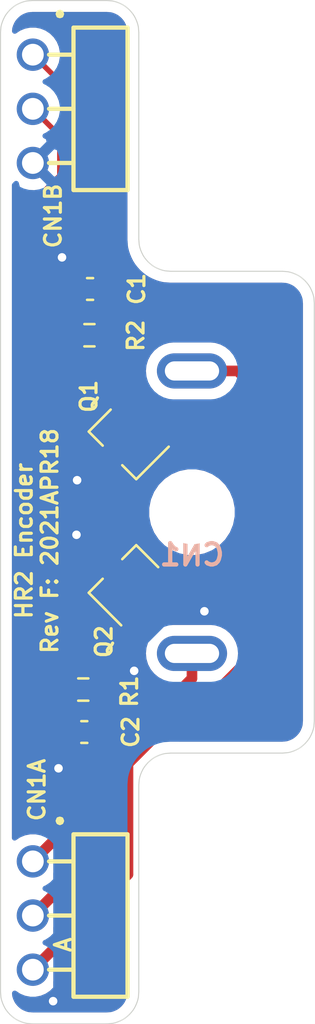
<source format=kicad_pcb>
(kicad_pcb (version 20171130) (host pcbnew 5.1.9-73d0e3b20d~88~ubuntu20.04.1)

  (general
    (thickness 1.6)
    (drawings 156)
    (tracks 104)
    (zones 0)
    (modules 7)
    (nets 7)
  )

  (page A4)
  (layers
    (0 F.Cu signal)
    (31 B.Cu signal)
    (32 B.Adhes user)
    (33 F.Adhes user)
    (34 B.Paste user)
    (35 F.Paste user)
    (36 B.SilkS user hide)
    (37 F.SilkS user)
    (38 B.Mask user)
    (39 F.Mask user)
    (40 Dwgs.User user hide)
    (41 Cmts.User user hide)
    (42 Eco1.User user hide)
    (43 Eco2.User user hide)
    (44 Edge.Cuts user)
    (45 Margin user hide)
    (46 B.CrtYd user)
    (47 F.CrtYd user)
    (48 B.Fab user hide)
    (49 F.Fab user hide)
  )

  (setup
    (last_trace_width 0.5)
    (user_trace_width 0.5)
    (user_trace_width 0.75)
    (trace_clearance 0.2)
    (zone_clearance 0.508)
    (zone_45_only no)
    (trace_min 0.2)
    (via_size 0.8)
    (via_drill 0.4)
    (via_min_size 0.4)
    (via_min_drill 0.3)
    (uvia_size 0.3)
    (uvia_drill 0.1)
    (uvias_allowed no)
    (uvia_min_size 0.2)
    (uvia_min_drill 0.1)
    (edge_width 0.05)
    (segment_width 0.2)
    (pcb_text_width 0.3)
    (pcb_text_size 1.5 1.5)
    (mod_edge_width 0.12)
    (mod_text_size 1 1)
    (mod_text_width 0.15)
    (pad_size 5.05 5.05)
    (pad_drill 5.05)
    (pad_to_mask_clearance 0.05)
    (aux_axis_origin 0 0)
    (visible_elements FFFFFF7F)
    (pcbplotparams
      (layerselection 0x010fc_ffffffff)
      (usegerberextensions false)
      (usegerberattributes true)
      (usegerberadvancedattributes true)
      (creategerberjobfile true)
      (excludeedgelayer true)
      (linewidth 0.100000)
      (plotframeref false)
      (viasonmask false)
      (mode 1)
      (useauxorigin false)
      (hpglpennumber 1)
      (hpglpenspeed 20)
      (hpglpendiameter 15.000000)
      (psnegative false)
      (psa4output false)
      (plotreference true)
      (plotvalue true)
      (plotinvisibletext false)
      (padsonsilk false)
      (subtractmaskfromsilk false)
      (outputformat 1)
      (mirror false)
      (drillshape 0)
      (scaleselection 1)
      (outputdirectory ""))
  )

  (net 0 "")
  (net 1 /MOTOR-)
  (net 2 /MOTOR+)
  (net 3 /QUADB)
  (net 4 /QUADA)
  (net 5 /GND)
  (net 6 /VCC)

  (net_class Default "This is the default net class."
    (clearance 0.2)
    (trace_width 0.25)
    (via_dia 0.8)
    (via_drill 0.4)
    (uvia_dia 0.3)
    (uvia_drill 0.1)
    (add_net /GND)
    (add_net /MOTOR+)
    (add_net /MOTOR-)
    (add_net /QUADA)
    (add_net /QUADB)
    (add_net /VCC)
  )

  (module HR2:ENCODER_2xM1x3RA (layer B.Cu) (tedit 5F9F5158) (tstamp 607D3437)
    (at 100 100)
    (path /607CDDAB)
    (fp_text reference CN1 (at 0 2) (layer B.SilkS)
      (effects (font (size 1 1) (thickness 0.2)) (justify mirror))
    )
    (fp_text value ENCODER_FIX;2xM1x3RA (at 0 0) (layer B.Fab)
      (effects (font (size 1 1) (thickness 0.2)) (justify mirror))
    )
    (fp_line (start -5.57 22.73) (end -5.57 15.11) (layer F.SilkS) (width 0.2))
    (fp_line (start -5.57 15.11) (end -3.03 15.11) (layer F.SilkS) (width 0.2))
    (fp_line (start -3.03 15.11) (end -3.03 22.73) (layer F.SilkS) (width 0.2))
    (fp_line (start -3.03 22.73) (end -5.57 22.73) (layer F.SilkS) (width 0.2))
    (fp_line (start -6.72 16.38) (end -5.57 16.38) (layer F.SilkS) (width 0.2))
    (fp_line (start -6.72 18.92) (end -5.57 18.92) (layer F.SilkS) (width 0.2))
    (fp_line (start -6.72 21.46) (end -5.57 21.46) (layer F.SilkS) (width 0.2))
    (fp_line (start -6.21 14.58) (end -6.28 14.55) (layer F.SilkS) (width 0.2))
    (fp_line (start -6.28 14.55) (end -6.31 14.48) (layer F.SilkS) (width 0.2))
    (fp_line (start -6.31 14.48) (end -6.28 14.4) (layer F.SilkS) (width 0.2))
    (fp_line (start -6.28 14.4) (end -6.21 14.38) (layer F.SilkS) (width 0.2))
    (fp_line (start -6.21 14.38) (end -6.14 14.4) (layer F.SilkS) (width 0.2))
    (fp_line (start -6.14 14.4) (end -6.11 14.48) (layer F.SilkS) (width 0.2))
    (fp_line (start -6.11 14.48) (end -6.14 14.55) (layer F.SilkS) (width 0.2))
    (fp_line (start -6.14 14.55) (end -6.21 14.58) (layer F.SilkS) (width 0.2))
    (fp_line (start -5.57 -15.11) (end -5.57 -22.73) (layer F.SilkS) (width 0.2))
    (fp_line (start -5.57 -22.73) (end -3.03 -22.73) (layer F.SilkS) (width 0.2))
    (fp_line (start -3.03 -22.73) (end -3.03 -15.11) (layer F.SilkS) (width 0.2))
    (fp_line (start -3.03 -15.11) (end -5.57 -15.11) (layer F.SilkS) (width 0.2))
    (fp_line (start -6.72 -21.46) (end -5.57 -21.46) (layer F.SilkS) (width 0.2))
    (fp_line (start -6.72 -18.92) (end -5.57 -18.92) (layer F.SilkS) (width 0.2))
    (fp_line (start -6.72 -16.38) (end -5.57 -16.38) (layer F.SilkS) (width 0.2))
    (fp_line (start -6.21 -23.27) (end -6.28 -23.29) (layer F.SilkS) (width 0.2))
    (fp_line (start -6.28 -23.29) (end -6.31 -23.37) (layer F.SilkS) (width 0.2))
    (fp_line (start -6.31 -23.37) (end -6.28 -23.44) (layer F.SilkS) (width 0.2))
    (fp_line (start -6.28 -23.44) (end -6.21 -23.47) (layer F.SilkS) (width 0.2))
    (fp_line (start -6.21 -23.47) (end -6.14 -23.44) (layer F.SilkS) (width 0.2))
    (fp_line (start -6.14 -23.44) (end -6.11 -23.37) (layer F.SilkS) (width 0.2))
    (fp_line (start -6.11 -23.37) (end -6.14 -23.29) (layer F.SilkS) (width 0.2))
    (fp_line (start -6.14 -23.29) (end -6.21 -23.27) (layer F.SilkS) (width 0.2))
    (pad "Encoder Shaft Hole" np_thru_hole circle (at 0 0) (size 3 3) (drill 3) (layers *.Cu *.Mask))
    (pad 7 thru_hole oval (at 0 -6.6252) (size 3.3 1.65) (drill oval 2.55 0.9) (layers *.Cu *.Mask)
      (net 1 /MOTOR-))
    (pad 8 thru_hole oval (at 0 6.6248) (size 3.3 1.65) (drill oval 2.55 0.9) (layers *.Cu *.Mask)
      (net 2 /MOTOR+))
    (pad 3 thru_hole circle (at -7.4801 -16.38) (size 1.52 1.52) (drill 1.02) (layers *.Cu *.Mask)
      (net 5 /GND))
    (pad 2 thru_hole circle (at -7.4801 -18.92) (size 1.52 1.52) (drill 1.02) (layers *.Cu *.Mask)
      (net 4 /QUADA))
    (pad 1 thru_hole circle (at -7.4801 -21.46) (size 1.52 1.52) (drill 1.02) (layers *.Cu *.Mask)
      (net 3 /QUADB))
    (pad 6 thru_hole circle (at -7.4801 21.46) (size 1.52 1.52) (drill 1.02) (layers *.Cu *.Mask)
      (net 1 /MOTOR-))
    (pad 5 thru_hole circle (at -7.4801 18.92) (size 1.52 1.52) (drill 1.02) (layers *.Cu *.Mask)
      (net 2 /MOTOR+))
    (pad 4 thru_hole circle (at -7.4801 16.38) (size 1.52 1.52) (drill 1.02) (layers *.Cu *.Mask)
      (net 6 /VCC))
  )

  (module Capacitor_SMD:C_0603_1608Metric (layer F.Cu) (tedit 5F68FEEE) (tstamp 6073F8CB)
    (at 94.93758 110.3122 180)
    (descr "Capacitor SMD 0603 (1608 Metric), square (rectangular) end terminal, IPC_7351 nominal, (Body size source: IPC-SM-782 page 76, https://www.pcb-3d.com/wordpress/wp-content/uploads/ipc-sm-782a_amendment_1_and_2.pdf), generated with kicad-footprint-generator")
    (tags capacitor)
    (path /60637842)
    (attr smd)
    (fp_text reference C2 (at -2.18242 0.0022 270) (layer F.SilkS)
      (effects (font (size 0.75 0.75) (thickness 0.15)))
    )
    (fp_text value 10nF;1608 (at 0 1.43) (layer F.Fab)
      (effects (font (size 1 1) (thickness 0.15)))
    )
    (fp_line (start 1.48 0.73) (end -1.48 0.73) (layer F.CrtYd) (width 0.05))
    (fp_line (start 1.48 -0.73) (end 1.48 0.73) (layer F.CrtYd) (width 0.05))
    (fp_line (start -1.48 -0.73) (end 1.48 -0.73) (layer F.CrtYd) (width 0.05))
    (fp_line (start -1.48 0.73) (end -1.48 -0.73) (layer F.CrtYd) (width 0.05))
    (fp_line (start -0.14058 0.51) (end 0.14058 0.51) (layer F.SilkS) (width 0.12))
    (fp_line (start -0.14058 -0.51) (end 0.14058 -0.51) (layer F.SilkS) (width 0.12))
    (fp_line (start 0.8 0.4) (end -0.8 0.4) (layer F.Fab) (width 0.1))
    (fp_line (start 0.8 -0.4) (end 0.8 0.4) (layer F.Fab) (width 0.1))
    (fp_line (start -0.8 -0.4) (end 0.8 -0.4) (layer F.Fab) (width 0.1))
    (fp_line (start -0.8 0.4) (end -0.8 -0.4) (layer F.Fab) (width 0.1))
    (fp_text user %R (at 0 0) (layer F.Fab)
      (effects (font (size 0.4 0.4) (thickness 0.06)))
    )
    (pad 2 smd roundrect (at 0.775 0 180) (size 0.9 0.95) (layers F.Cu F.Paste F.Mask) (roundrect_rratio 0.25)
      (net 5 /GND))
    (pad 1 smd roundrect (at -0.775 0 180) (size 0.9 0.95) (layers F.Cu F.Paste F.Mask) (roundrect_rratio 0.25)
      (net 6 /VCC))
    (model ${KISYS3DMOD}/Capacitor_SMD.3dshapes/C_0603_1608Metric.wrl
      (at (xyz 0 0 0))
      (scale (xyz 1 1 1))
      (rotate (xyz 0 0 0))
    )
  )

  (module Capacitor_SMD:C_0603_1608Metric (layer F.Cu) (tedit 5F68FEEE) (tstamp 6073FE6D)
    (at 95.21 89.53 180)
    (descr "Capacitor SMD 0603 (1608 Metric), square (rectangular) end terminal, IPC_7351 nominal, (Body size source: IPC-SM-782 page 76, https://www.pcb-3d.com/wordpress/wp-content/uploads/ipc-sm-782a_amendment_1_and_2.pdf), generated with kicad-footprint-generator")
    (tags capacitor)
    (path /60634648)
    (attr smd)
    (fp_text reference C1 (at -2.19 0 90) (layer F.SilkS)
      (effects (font (size 0.75 0.75) (thickness 0.15)))
    )
    (fp_text value 10nF;1608 (at 0 1.43) (layer F.Fab)
      (effects (font (size 1 1) (thickness 0.15)))
    )
    (fp_line (start 1.48 0.73) (end -1.48 0.73) (layer F.CrtYd) (width 0.05))
    (fp_line (start 1.48 -0.73) (end 1.48 0.73) (layer F.CrtYd) (width 0.05))
    (fp_line (start -1.48 -0.73) (end 1.48 -0.73) (layer F.CrtYd) (width 0.05))
    (fp_line (start -1.48 0.73) (end -1.48 -0.73) (layer F.CrtYd) (width 0.05))
    (fp_line (start -0.14058 0.51) (end 0.14058 0.51) (layer F.SilkS) (width 0.12))
    (fp_line (start -0.14058 -0.51) (end 0.14058 -0.51) (layer F.SilkS) (width 0.12))
    (fp_line (start 0.8 0.4) (end -0.8 0.4) (layer F.Fab) (width 0.1))
    (fp_line (start 0.8 -0.4) (end 0.8 0.4) (layer F.Fab) (width 0.1))
    (fp_line (start -0.8 -0.4) (end 0.8 -0.4) (layer F.Fab) (width 0.1))
    (fp_line (start -0.8 0.4) (end -0.8 -0.4) (layer F.Fab) (width 0.1))
    (fp_text user %R (at 0 0) (layer F.Fab)
      (effects (font (size 0.4 0.4) (thickness 0.06)))
    )
    (pad 2 smd roundrect (at 0.775 0 180) (size 0.9 0.95) (layers F.Cu F.Paste F.Mask) (roundrect_rratio 0.25)
      (net 5 /GND))
    (pad 1 smd roundrect (at -0.775 0 180) (size 0.9 0.95) (layers F.Cu F.Paste F.Mask) (roundrect_rratio 0.25)
      (net 6 /VCC))
    (model ${KISYS3DMOD}/Capacitor_SMD.3dshapes/C_0603_1608Metric.wrl
      (at (xyz 0 0 0))
      (scale (xyz 1 1 1))
      (rotate (xyz 0 0 0))
    )
  )

  (module Resistor_SMD:R_0603_1608Metric (layer F.Cu) (tedit 5F68FEEE) (tstamp 6073FA45)
    (at 95.18 91.7 180)
    (descr "Resistor SMD 0603 (1608 Metric), square (rectangular) end terminal, IPC_7351 nominal, (Body size source: IPC-SM-782 page 72, https://www.pcb-3d.com/wordpress/wp-content/uploads/ipc-sm-782a_amendment_1_and_2.pdf), generated with kicad-footprint-generator")
    (tags resistor)
    (path /5F422F39)
    (attr smd)
    (fp_text reference R2 (at -2.18 -0.02 90) (layer F.SilkS)
      (effects (font (size 0.75 0.75) (thickness 0.15)))
    )
    (fp_text value 47KΩ;1608 (at 0 1.43) (layer F.Fab)
      (effects (font (size 1 1) (thickness 0.15)))
    )
    (fp_line (start -0.8 0.4125) (end -0.8 -0.4125) (layer F.Fab) (width 0.1))
    (fp_line (start -0.8 -0.4125) (end 0.8 -0.4125) (layer F.Fab) (width 0.1))
    (fp_line (start 0.8 -0.4125) (end 0.8 0.4125) (layer F.Fab) (width 0.1))
    (fp_line (start 0.8 0.4125) (end -0.8 0.4125) (layer F.Fab) (width 0.1))
    (fp_line (start -0.237258 -0.5225) (end 0.237258 -0.5225) (layer F.SilkS) (width 0.12))
    (fp_line (start -0.237258 0.5225) (end 0.237258 0.5225) (layer F.SilkS) (width 0.12))
    (fp_line (start -1.48 0.73) (end -1.48 -0.73) (layer F.CrtYd) (width 0.05))
    (fp_line (start -1.48 -0.73) (end 1.48 -0.73) (layer F.CrtYd) (width 0.05))
    (fp_line (start 1.48 -0.73) (end 1.48 0.73) (layer F.CrtYd) (width 0.05))
    (fp_line (start 1.48 0.73) (end -1.48 0.73) (layer F.CrtYd) (width 0.05))
    (fp_text user %R (at 0 0) (layer F.Fab)
      (effects (font (size 0.4 0.4) (thickness 0.06)))
    )
    (pad 2 smd roundrect (at 0.825 0 180) (size 0.8 0.95) (layers F.Cu F.Paste F.Mask) (roundrect_rratio 0.25)
      (net 3 /QUADB))
    (pad 1 smd roundrect (at -0.825 0 180) (size 0.8 0.95) (layers F.Cu F.Paste F.Mask) (roundrect_rratio 0.25)
      (net 6 /VCC))
    (model ${KISYS3DMOD}/Resistor_SMD.3dshapes/R_0603_1608Metric.wrl
      (at (xyz 0 0 0))
      (scale (xyz 1 1 1))
      (rotate (xyz 0 0 0))
    )
  )

  (module Resistor_SMD:R_0603_1608Metric (layer F.Cu) (tedit 5F68FEEE) (tstamp 5F41F21C)
    (at 94.89 108.32 180)
    (descr "Resistor SMD 0603 (1608 Metric), square (rectangular) end terminal, IPC_7351 nominal, (Body size source: IPC-SM-782 page 72, https://www.pcb-3d.com/wordpress/wp-content/uploads/ipc-sm-782a_amendment_1_and_2.pdf), generated with kicad-footprint-generator")
    (tags resistor)
    (path /5F42263B)
    (attr smd)
    (fp_text reference R1 (at -2.17 -0.09 90) (layer F.SilkS)
      (effects (font (size 0.75 0.75) (thickness 0.15)))
    )
    (fp_text value 47KΩ;1608 (at 0 1.43) (layer F.Fab)
      (effects (font (size 1 1) (thickness 0.15)))
    )
    (fp_line (start -0.8 0.4125) (end -0.8 -0.4125) (layer F.Fab) (width 0.1))
    (fp_line (start -0.8 -0.4125) (end 0.8 -0.4125) (layer F.Fab) (width 0.1))
    (fp_line (start 0.8 -0.4125) (end 0.8 0.4125) (layer F.Fab) (width 0.1))
    (fp_line (start 0.8 0.4125) (end -0.8 0.4125) (layer F.Fab) (width 0.1))
    (fp_line (start -0.237258 -0.5225) (end 0.237258 -0.5225) (layer F.SilkS) (width 0.12))
    (fp_line (start -0.237258 0.5225) (end 0.237258 0.5225) (layer F.SilkS) (width 0.12))
    (fp_line (start -1.48 0.73) (end -1.48 -0.73) (layer F.CrtYd) (width 0.05))
    (fp_line (start -1.48 -0.73) (end 1.48 -0.73) (layer F.CrtYd) (width 0.05))
    (fp_line (start 1.48 -0.73) (end 1.48 0.73) (layer F.CrtYd) (width 0.05))
    (fp_line (start 1.48 0.73) (end -1.48 0.73) (layer F.CrtYd) (width 0.05))
    (fp_text user %R (at 0 0) (layer F.Fab)
      (effects (font (size 0.4 0.4) (thickness 0.06)))
    )
    (pad 2 smd roundrect (at 0.825 0 180) (size 0.8 0.95) (layers F.Cu F.Paste F.Mask) (roundrect_rratio 0.25)
      (net 4 /QUADA))
    (pad 1 smd roundrect (at -0.825 0 180) (size 0.8 0.95) (layers F.Cu F.Paste F.Mask) (roundrect_rratio 0.25)
      (net 6 /VCC))
    (model ${KISYS3DMOD}/Resistor_SMD.3dshapes/R_0603_1608Metric.wrl
      (at (xyz 0 0 0))
      (scale (xyz 1 1 1))
      (rotate (xyz 0 0 0))
    )
  )

  (module Package_TO_SOT_SMD:SOT-23 (layer F.Cu) (tedit 5A02FF57) (tstamp 60617EF7)
    (at 96.8 103.2 135)
    (descr "SOT-23, Standard")
    (tags SOT-23)
    (path /6062122A)
    (attr smd)
    (fp_text reference Q2 (at -1.364716 -2.694643 270) (layer F.SilkS)
      (effects (font (size 0.75 0.75) (thickness 0.15)))
    )
    (fp_text value DRV5013FAQDBZR;SOT23 (at 0 2.5 135) (layer F.Fab)
      (effects (font (size 1 1) (thickness 0.15)))
    )
    (fp_line (start -0.7 -0.95) (end -0.7 1.5) (layer F.Fab) (width 0.1))
    (fp_line (start -0.15 -1.52) (end 0.7 -1.52) (layer F.Fab) (width 0.1))
    (fp_line (start -0.7 -0.95) (end -0.15 -1.52) (layer F.Fab) (width 0.1))
    (fp_line (start 0.7 -1.52) (end 0.7 1.52) (layer F.Fab) (width 0.1))
    (fp_line (start -0.7 1.52) (end 0.7 1.52) (layer F.Fab) (width 0.1))
    (fp_line (start 0.76 1.58) (end 0.76 0.65) (layer F.SilkS) (width 0.12))
    (fp_line (start 0.76 -1.58) (end 0.76 -0.65) (layer F.SilkS) (width 0.12))
    (fp_line (start -1.7 -1.75) (end 1.7 -1.75) (layer F.CrtYd) (width 0.05))
    (fp_line (start 1.7 -1.75) (end 1.7 1.75) (layer F.CrtYd) (width 0.05))
    (fp_line (start 1.7 1.75) (end -1.7 1.75) (layer F.CrtYd) (width 0.05))
    (fp_line (start -1.7 1.75) (end -1.7 -1.75) (layer F.CrtYd) (width 0.05))
    (fp_line (start 0.76 -1.58) (end -1.4 -1.58) (layer F.SilkS) (width 0.12))
    (fp_line (start 0.76 1.58) (end -0.7 1.58) (layer F.SilkS) (width 0.12))
    (fp_text user %R (at 0 0 45) (layer F.Fab)
      (effects (font (size 0.5 0.5) (thickness 0.075)))
    )
    (pad 3 smd rect (at 1 0 135) (size 0.9 0.8) (layers F.Cu F.Paste F.Mask)
      (net 5 /GND))
    (pad 2 smd rect (at -1 0.95 135) (size 0.9 0.8) (layers F.Cu F.Paste F.Mask)
      (net 4 /QUADA))
    (pad 1 smd rect (at -1 -0.95 135) (size 0.9 0.8) (layers F.Cu F.Paste F.Mask)
      (net 6 /VCC))
    (model ${KISYS3DMOD}/Package_TO_SOT_SMD.3dshapes/SOT-23.wrl
      (at (xyz 0 0 0))
      (scale (xyz 1 1 1))
      (rotate (xyz 0 0 0))
    )
  )

  (module Package_TO_SOT_SMD:SOT-23 (layer F.Cu) (tedit 5A02FF57) (tstamp 600A5518)
    (at 96.8 96.8 225)
    (descr "SOT-23, Standard")
    (tags SOT-23)
    (path /606117B3)
    (attr smd)
    (fp_text reference Q1 (at -0.413092 2.748807 90) (layer F.SilkS)
      (effects (font (size 0.75 0.75) (thickness 0.15)))
    )
    (fp_text value DRV5013FAQDBZR;SOT23 (at 0 2.5 45) (layer F.Fab)
      (effects (font (size 1 1) (thickness 0.15)))
    )
    (fp_line (start -0.7 -0.95) (end -0.7 1.5) (layer F.Fab) (width 0.1))
    (fp_line (start -0.15 -1.52) (end 0.7 -1.52) (layer F.Fab) (width 0.1))
    (fp_line (start -0.7 -0.95) (end -0.15 -1.52) (layer F.Fab) (width 0.1))
    (fp_line (start 0.7 -1.52) (end 0.7 1.52) (layer F.Fab) (width 0.1))
    (fp_line (start -0.7 1.52) (end 0.7 1.52) (layer F.Fab) (width 0.1))
    (fp_line (start 0.76 1.58) (end 0.76 0.65) (layer F.SilkS) (width 0.12))
    (fp_line (start 0.76 -1.58) (end 0.76 -0.65) (layer F.SilkS) (width 0.12))
    (fp_line (start -1.7 -1.75) (end 1.7 -1.75) (layer F.CrtYd) (width 0.05))
    (fp_line (start 1.7 -1.75) (end 1.7 1.75) (layer F.CrtYd) (width 0.05))
    (fp_line (start 1.7 1.75) (end -1.7 1.75) (layer F.CrtYd) (width 0.05))
    (fp_line (start -1.7 1.75) (end -1.7 -1.75) (layer F.CrtYd) (width 0.05))
    (fp_line (start 0.76 -1.58) (end -1.4 -1.58) (layer F.SilkS) (width 0.12))
    (fp_line (start 0.76 1.58) (end -0.7 1.58) (layer F.SilkS) (width 0.12))
    (fp_text user %R (at 0 0 135) (layer F.Fab)
      (effects (font (size 0.5 0.5) (thickness 0.075)))
    )
    (pad 3 smd rect (at 1 0 225) (size 0.9 0.8) (layers F.Cu F.Paste F.Mask)
      (net 5 /GND))
    (pad 2 smd rect (at -1 0.95 225) (size 0.9 0.8) (layers F.Cu F.Paste F.Mask)
      (net 3 /QUADB))
    (pad 1 smd rect (at -1 -0.95 225) (size 0.9 0.8) (layers F.Cu F.Paste F.Mask)
      (net 6 /VCC))
    (model ${KISYS3DMOD}/Package_TO_SOT_SMD.3dshapes/SOT-23.wrl
      (at (xyz 0 0 0))
      (scale (xyz 1 1 1))
      (rotate (xyz 0 0 0))
    )
  )

  (gr_text CN1A (at 92.71 113.03 90) (layer F.SilkS) (tstamp 607402E3)
    (effects (font (size 0.75 0.75) (thickness 0.15)))
  )
  (gr_text "HR2 Encoder\nRev F: 2021APR18" (at 92.71 101.346 90) (layer F.SilkS) (tstamp 6067DC71)
    (effects (font (size 0.75 0.75) (thickness 0.15)))
  )
  (gr_text CN1B (at 93.472 86.106 90) (layer F.SilkS) (tstamp 5FE4E01F)
    (effects (font (size 0.75 0.75) (thickness 0.15)))
  )
  (gr_text A (at 93.94 120.29 90) (layer F.SilkS)
    (effects (font (size 0.75 0.75) (thickness 0.15)))
  )
  (gr_line (start 92.5 76) (end 92.37 76.01) (layer Edge.Cuts) (width 0.05))
  (gr_line (start 92.37 76.01) (end 92.24 76.02) (layer Edge.Cuts) (width 0.05))
  (gr_line (start 92.24 76.02) (end 92.11 76.05) (layer Edge.Cuts) (width 0.05))
  (gr_line (start 92.11 76.05) (end 91.99 76.09) (layer Edge.Cuts) (width 0.05))
  (gr_line (start 91.99 76.09) (end 91.87 76.14) (layer Edge.Cuts) (width 0.05))
  (gr_line (start 91.87 76.14) (end 91.75 76.2) (layer Edge.Cuts) (width 0.05))
  (gr_line (start 91.75 76.2) (end 91.64 76.27) (layer Edge.Cuts) (width 0.05))
  (gr_line (start 91.64 76.27) (end 91.54 76.35) (layer Edge.Cuts) (width 0.05))
  (gr_line (start 91.54 76.35) (end 91.44 76.44) (layer Edge.Cuts) (width 0.05))
  (gr_line (start 91.44 76.44) (end 91.35 76.54) (layer Edge.Cuts) (width 0.05))
  (gr_line (start 91.35 76.54) (end 91.27 76.64) (layer Edge.Cuts) (width 0.05))
  (gr_line (start 91.27 76.64) (end 91.2 76.75) (layer Edge.Cuts) (width 0.05))
  (gr_line (start 91.2 76.75) (end 91.14 76.87) (layer Edge.Cuts) (width 0.05))
  (gr_line (start 91.14 76.87) (end 91.09 76.99) (layer Edge.Cuts) (width 0.05))
  (gr_line (start 91.09 76.99) (end 91.05 77.11) (layer Edge.Cuts) (width 0.05))
  (gr_line (start 91.05 77.11) (end 91.02 77.24) (layer Edge.Cuts) (width 0.05))
  (gr_line (start 91.02 77.24) (end 91.01 77.37) (layer Edge.Cuts) (width 0.05))
  (gr_line (start 91.01 77.37) (end 91 77.5) (layer Edge.Cuts) (width 0.05))
  (gr_line (start 91 77.5) (end 91 122.5) (layer Edge.Cuts) (width 0.05))
  (gr_line (start 91 122.5) (end 91.01 122.63) (layer Edge.Cuts) (width 0.05))
  (gr_line (start 91.01 122.63) (end 91.02 122.76) (layer Edge.Cuts) (width 0.05))
  (gr_line (start 91.02 122.76) (end 91.05 122.89) (layer Edge.Cuts) (width 0.05))
  (gr_line (start 91.05 122.89) (end 91.09 123.01) (layer Edge.Cuts) (width 0.05))
  (gr_line (start 91.09 123.01) (end 91.14 123.13) (layer Edge.Cuts) (width 0.05))
  (gr_line (start 91.14 123.13) (end 91.2 123.25) (layer Edge.Cuts) (width 0.05))
  (gr_line (start 91.2 123.25) (end 91.27 123.36) (layer Edge.Cuts) (width 0.05))
  (gr_line (start 91.27 123.36) (end 91.35 123.46) (layer Edge.Cuts) (width 0.05))
  (gr_line (start 91.35 123.46) (end 91.44 123.56) (layer Edge.Cuts) (width 0.05))
  (gr_line (start 91.44 123.56) (end 91.54 123.65) (layer Edge.Cuts) (width 0.05))
  (gr_line (start 91.54 123.65) (end 91.64 123.73) (layer Edge.Cuts) (width 0.05))
  (gr_line (start 91.64 123.73) (end 91.75 123.8) (layer Edge.Cuts) (width 0.05))
  (gr_line (start 91.75 123.8) (end 91.87 123.86) (layer Edge.Cuts) (width 0.05))
  (gr_line (start 91.87 123.86) (end 91.99 123.91) (layer Edge.Cuts) (width 0.05))
  (gr_line (start 91.99 123.91) (end 92.11 123.95) (layer Edge.Cuts) (width 0.05))
  (gr_line (start 92.11 123.95) (end 92.24 123.98) (layer Edge.Cuts) (width 0.05))
  (gr_line (start 92.24 123.98) (end 92.37 123.99) (layer Edge.Cuts) (width 0.05))
  (gr_line (start 92.37 123.99) (end 92.5 124) (layer Edge.Cuts) (width 0.05))
  (gr_line (start 92.5 124) (end 96 124) (layer Edge.Cuts) (width 0.05))
  (gr_line (start 96 124) (end 96.13 123.99) (layer Edge.Cuts) (width 0.05))
  (gr_line (start 96.13 123.99) (end 96.26 123.98) (layer Edge.Cuts) (width 0.05))
  (gr_line (start 96.26 123.98) (end 96.39 123.95) (layer Edge.Cuts) (width 0.05))
  (gr_line (start 96.39 123.95) (end 96.51 123.91) (layer Edge.Cuts) (width 0.05))
  (gr_line (start 96.51 123.91) (end 96.63 123.86) (layer Edge.Cuts) (width 0.05))
  (gr_line (start 96.63 123.86) (end 96.75 123.8) (layer Edge.Cuts) (width 0.05))
  (gr_line (start 96.75 123.8) (end 96.86 123.73) (layer Edge.Cuts) (width 0.05))
  (gr_line (start 96.86 123.73) (end 96.96 123.65) (layer Edge.Cuts) (width 0.05))
  (gr_line (start 96.96 123.65) (end 97.06 123.56) (layer Edge.Cuts) (width 0.05))
  (gr_line (start 97.06 123.56) (end 97.15 123.46) (layer Edge.Cuts) (width 0.05))
  (gr_line (start 97.15 123.46) (end 97.23 123.36) (layer Edge.Cuts) (width 0.05))
  (gr_line (start 97.23 123.36) (end 97.3 123.25) (layer Edge.Cuts) (width 0.05))
  (gr_line (start 97.3 123.25) (end 97.36 123.13) (layer Edge.Cuts) (width 0.05))
  (gr_line (start 97.36 123.13) (end 97.41 123.01) (layer Edge.Cuts) (width 0.05))
  (gr_line (start 97.41 123.01) (end 97.45 122.89) (layer Edge.Cuts) (width 0.05))
  (gr_line (start 97.45 122.89) (end 97.48 122.76) (layer Edge.Cuts) (width 0.05))
  (gr_line (start 97.48 122.76) (end 97.49 122.63) (layer Edge.Cuts) (width 0.05))
  (gr_line (start 97.49 122.63) (end 97.5 122.5) (layer Edge.Cuts) (width 0.05))
  (gr_line (start 97.5 122.5) (end 97.5 112.8) (layer Edge.Cuts) (width 0.05))
  (gr_line (start 97.5 112.8) (end 97.51 112.67) (layer Edge.Cuts) (width 0.05))
  (gr_line (start 97.51 112.67) (end 97.52 112.54) (layer Edge.Cuts) (width 0.05))
  (gr_line (start 97.52 112.54) (end 97.55 112.41) (layer Edge.Cuts) (width 0.05))
  (gr_line (start 97.55 112.41) (end 97.59 112.29) (layer Edge.Cuts) (width 0.05))
  (gr_line (start 97.59 112.29) (end 97.64 112.17) (layer Edge.Cuts) (width 0.05))
  (gr_line (start 97.64 112.17) (end 97.7 112.05) (layer Edge.Cuts) (width 0.05))
  (gr_line (start 97.7 112.05) (end 97.77 111.94) (layer Edge.Cuts) (width 0.05))
  (gr_line (start 97.77 111.94) (end 97.85 111.84) (layer Edge.Cuts) (width 0.05))
  (gr_line (start 97.85 111.84) (end 97.94 111.74) (layer Edge.Cuts) (width 0.05))
  (gr_line (start 97.94 111.74) (end 98.04 111.65) (layer Edge.Cuts) (width 0.05))
  (gr_line (start 98.04 111.65) (end 98.14 111.57) (layer Edge.Cuts) (width 0.05))
  (gr_line (start 98.14 111.57) (end 98.25 111.5) (layer Edge.Cuts) (width 0.05))
  (gr_line (start 98.25 111.5) (end 98.37 111.44) (layer Edge.Cuts) (width 0.05))
  (gr_line (start 98.37 111.44) (end 98.49 111.39) (layer Edge.Cuts) (width 0.05))
  (gr_line (start 98.49 111.39) (end 98.61 111.35) (layer Edge.Cuts) (width 0.05))
  (gr_line (start 98.61 111.35) (end 98.74 111.32) (layer Edge.Cuts) (width 0.05))
  (gr_line (start 98.74 111.32) (end 98.87 111.31) (layer Edge.Cuts) (width 0.05))
  (gr_line (start 98.87 111.31) (end 99 111.3) (layer Edge.Cuts) (width 0.05))
  (gr_line (start 99 111.3) (end 104.25 111.3) (layer Edge.Cuts) (width 0.05))
  (gr_line (start 104.25 111.3) (end 104.38 111.29) (layer Edge.Cuts) (width 0.05))
  (gr_line (start 104.38 111.29) (end 104.51 111.28) (layer Edge.Cuts) (width 0.05))
  (gr_line (start 104.51 111.28) (end 104.64 111.25) (layer Edge.Cuts) (width 0.05))
  (gr_line (start 104.64 111.25) (end 104.76 111.21) (layer Edge.Cuts) (width 0.05))
  (gr_line (start 104.76 111.21) (end 104.88 111.16) (layer Edge.Cuts) (width 0.05))
  (gr_line (start 104.88 111.16) (end 105 111.1) (layer Edge.Cuts) (width 0.05))
  (gr_line (start 105 111.1) (end 105.11 111.03) (layer Edge.Cuts) (width 0.05))
  (gr_line (start 105.11 111.03) (end 105.21 110.95) (layer Edge.Cuts) (width 0.05))
  (gr_line (start 105.21 110.95) (end 105.31 110.86) (layer Edge.Cuts) (width 0.05))
  (gr_line (start 105.31 110.86) (end 105.4 110.76) (layer Edge.Cuts) (width 0.05))
  (gr_line (start 105.4 110.76) (end 105.48 110.66) (layer Edge.Cuts) (width 0.05))
  (gr_line (start 105.48 110.66) (end 105.55 110.55) (layer Edge.Cuts) (width 0.05))
  (gr_line (start 105.55 110.55) (end 105.61 110.43) (layer Edge.Cuts) (width 0.05))
  (gr_line (start 105.61 110.43) (end 105.66 110.31) (layer Edge.Cuts) (width 0.05))
  (gr_line (start 105.66 110.31) (end 105.7 110.19) (layer Edge.Cuts) (width 0.05))
  (gr_line (start 105.7 110.19) (end 105.73 110.06) (layer Edge.Cuts) (width 0.05))
  (gr_line (start 105.73 110.06) (end 105.74 109.93) (layer Edge.Cuts) (width 0.05))
  (gr_line (start 105.74 109.93) (end 105.75 109.8) (layer Edge.Cuts) (width 0.05))
  (gr_line (start 105.75 109.8) (end 105.75 90.2) (layer Edge.Cuts) (width 0.05))
  (gr_line (start 105.75 90.2) (end 105.74 90.07) (layer Edge.Cuts) (width 0.05))
  (gr_line (start 105.74 90.07) (end 105.73 89.94) (layer Edge.Cuts) (width 0.05))
  (gr_line (start 105.73 89.94) (end 105.7 89.81) (layer Edge.Cuts) (width 0.05))
  (gr_line (start 105.7 89.81) (end 105.66 89.69) (layer Edge.Cuts) (width 0.05))
  (gr_line (start 105.66 89.69) (end 105.61 89.57) (layer Edge.Cuts) (width 0.05))
  (gr_line (start 105.61 89.57) (end 105.55 89.45) (layer Edge.Cuts) (width 0.05))
  (gr_line (start 105.55 89.45) (end 105.48 89.34) (layer Edge.Cuts) (width 0.05))
  (gr_line (start 105.48 89.34) (end 105.4 89.24) (layer Edge.Cuts) (width 0.05))
  (gr_line (start 105.4 89.24) (end 105.31 89.14) (layer Edge.Cuts) (width 0.05))
  (gr_line (start 105.31 89.14) (end 105.21 89.05) (layer Edge.Cuts) (width 0.05))
  (gr_line (start 105.21 89.05) (end 105.11 88.97) (layer Edge.Cuts) (width 0.05))
  (gr_line (start 105.11 88.97) (end 105 88.9) (layer Edge.Cuts) (width 0.05))
  (gr_line (start 105 88.9) (end 104.88 88.84) (layer Edge.Cuts) (width 0.05))
  (gr_line (start 104.88 88.84) (end 104.76 88.79) (layer Edge.Cuts) (width 0.05))
  (gr_line (start 104.76 88.79) (end 104.64 88.75) (layer Edge.Cuts) (width 0.05))
  (gr_line (start 104.64 88.75) (end 104.51 88.72) (layer Edge.Cuts) (width 0.05))
  (gr_line (start 104.51 88.72) (end 104.38 88.71) (layer Edge.Cuts) (width 0.05))
  (gr_line (start 104.38 88.71) (end 104.25 88.7) (layer Edge.Cuts) (width 0.05))
  (gr_line (start 104.25 88.7) (end 99 88.7) (layer Edge.Cuts) (width 0.05))
  (gr_line (start 99 88.7) (end 98.87 88.69) (layer Edge.Cuts) (width 0.05))
  (gr_line (start 98.87 88.69) (end 98.74 88.68) (layer Edge.Cuts) (width 0.05))
  (gr_line (start 98.74 88.68) (end 98.61 88.65) (layer Edge.Cuts) (width 0.05))
  (gr_line (start 98.61 88.65) (end 98.49 88.61) (layer Edge.Cuts) (width 0.05))
  (gr_line (start 98.49 88.61) (end 98.37 88.56) (layer Edge.Cuts) (width 0.05))
  (gr_line (start 98.37 88.56) (end 98.25 88.5) (layer Edge.Cuts) (width 0.05))
  (gr_line (start 98.25 88.5) (end 98.14 88.43) (layer Edge.Cuts) (width 0.05))
  (gr_line (start 98.14 88.43) (end 98.04 88.35) (layer Edge.Cuts) (width 0.05))
  (gr_line (start 98.04 88.35) (end 97.94 88.26) (layer Edge.Cuts) (width 0.05))
  (gr_line (start 97.94 88.26) (end 97.85 88.16) (layer Edge.Cuts) (width 0.05))
  (gr_line (start 97.85 88.16) (end 97.77 88.06) (layer Edge.Cuts) (width 0.05))
  (gr_line (start 97.77 88.06) (end 97.7 87.95) (layer Edge.Cuts) (width 0.05))
  (gr_line (start 97.7 87.95) (end 97.64 87.83) (layer Edge.Cuts) (width 0.05))
  (gr_line (start 97.64 87.83) (end 97.59 87.71) (layer Edge.Cuts) (width 0.05))
  (gr_line (start 97.59 87.71) (end 97.55 87.59) (layer Edge.Cuts) (width 0.05))
  (gr_line (start 97.55 87.59) (end 97.52 87.46) (layer Edge.Cuts) (width 0.05))
  (gr_line (start 97.52 87.46) (end 97.51 87.33) (layer Edge.Cuts) (width 0.05))
  (gr_line (start 97.51 87.33) (end 97.5 87.2) (layer Edge.Cuts) (width 0.05))
  (gr_line (start 97.5 87.2) (end 97.5 77.5) (layer Edge.Cuts) (width 0.05))
  (gr_line (start 97.5 77.5) (end 97.49 77.37) (layer Edge.Cuts) (width 0.05))
  (gr_line (start 97.49 77.37) (end 97.48 77.24) (layer Edge.Cuts) (width 0.05))
  (gr_line (start 97.48 77.24) (end 97.45 77.11) (layer Edge.Cuts) (width 0.05))
  (gr_line (start 97.45 77.11) (end 97.41 76.99) (layer Edge.Cuts) (width 0.05))
  (gr_line (start 97.41 76.99) (end 97.36 76.87) (layer Edge.Cuts) (width 0.05))
  (gr_line (start 97.36 76.87) (end 97.3 76.75) (layer Edge.Cuts) (width 0.05))
  (gr_line (start 97.3 76.75) (end 97.23 76.64) (layer Edge.Cuts) (width 0.05))
  (gr_line (start 97.23 76.64) (end 97.15 76.54) (layer Edge.Cuts) (width 0.05))
  (gr_line (start 97.15 76.54) (end 97.06 76.44) (layer Edge.Cuts) (width 0.05))
  (gr_line (start 97.06 76.44) (end 96.96 76.35) (layer Edge.Cuts) (width 0.05))
  (gr_line (start 96.96 76.35) (end 96.86 76.27) (layer Edge.Cuts) (width 0.05))
  (gr_line (start 96.86 76.27) (end 96.75 76.2) (layer Edge.Cuts) (width 0.05))
  (gr_line (start 96.75 76.2) (end 96.63 76.14) (layer Edge.Cuts) (width 0.05))
  (gr_line (start 96.63 76.14) (end 96.51 76.09) (layer Edge.Cuts) (width 0.05))
  (gr_line (start 96.51 76.09) (end 96.39 76.05) (layer Edge.Cuts) (width 0.05))
  (gr_line (start 96.39 76.05) (end 96.26 76.02) (layer Edge.Cuts) (width 0.05))
  (gr_line (start 96.26 76.02) (end 96.13 76.01) (layer Edge.Cuts) (width 0.05))
  (gr_line (start 96.13 76.01) (end 96 76) (layer Edge.Cuts) (width 0.05))
  (gr_line (start 96 76) (end 92.5 76) (layer Edge.Cuts) (width 0.05))

  (segment (start 100 93.3748) (end 102.15 93.3748) (width 0.5) (layer F.Cu) (net 1))
  (segment (start 100.33 108.458) (end 96.992024 111.795976) (width 0.5) (layer F.Cu) (net 1))
  (segment (start 103.886 105.684) (end 101.112 108.458) (width 0.5) (layer F.Cu) (net 1))
  (segment (start 103.886 95.1108) (end 103.886 105.684) (width 0.5) (layer F.Cu) (net 1))
  (segment (start 101.112 108.458) (end 100.33 108.458) (width 0.5) (layer F.Cu) (net 1))
  (segment (start 102.15 93.3748) (end 103.886 95.1108) (width 0.5) (layer F.Cu) (net 1))
  (segment (start 96.992024 111.795976) (end 96.992024 116.987876) (width 0.5) (layer F.Cu) (net 1))
  (segment (start 93.279899 120.700001) (end 92.5199 121.46) (width 0.5) (layer F.Cu) (net 1))
  (segment (start 96.992024 116.987876) (end 93.279899 120.700001) (width 0.5) (layer F.Cu) (net 1))
  (segment (start 100.0292 106.6252) (end 100 106.6252) (width 0.75) (layer F.Cu) (net 2))
  (segment (start 92.5199 118.92) (end 96.292013 115.147887) (width 0.5) (layer F.Cu) (net 2))
  (segment (start 96.292013 115.147887) (end 96.292013 111.506022) (width 0.5) (layer F.Cu) (net 2))
  (segment (start 96.292013 111.506022) (end 100 107.798035) (width 0.5) (layer F.Cu) (net 2))
  (segment (start 100 107.798035) (end 100 106.6248) (width 0.5) (layer F.Cu) (net 2))
  (segment (start 94.38 91.725) (end 94.355 91.7) (width 0.25) (layer F.Cu) (net 3))
  (segment (start 94.38 92.965787) (end 94.38 91.725) (width 0.25) (layer F.Cu) (net 3))
  (segment (start 96.835355 95.421142) (end 94.38 92.965787) (width 0.25) (layer F.Cu) (net 3))
  (segment (start 92.202 86.614) (end 92.202 89.947) (width 0.25) (layer F.Cu) (net 3))
  (segment (start 94.234 84.582) (end 92.202 86.614) (width 0.25) (layer F.Cu) (net 3))
  (segment (start 92.202 89.947) (end 93.955 91.7) (width 0.25) (layer F.Cu) (net 3))
  (segment (start 94.234 80.2541) (end 94.234 84.582) (width 0.25) (layer F.Cu) (net 3))
  (segment (start 93.955 91.7) (end 94.355 91.7) (width 0.25) (layer F.Cu) (net 3))
  (segment (start 92.5199 78.54) (end 94.234 80.2541) (width 0.25) (layer F.Cu) (net 3))
  (segment (start 98.2 103.497057) (end 98.09028 103.606777) (width 0.25) (layer F.Cu) (net 4))
  (segment (start 94.065 108.32) (end 94.065 105.915) (width 0.25) (layer F.Cu) (net 4))
  (segment (start 96.744645 103.235355) (end 98.178858 103.235355) (width 0.25) (layer F.Cu) (net 4))
  (segment (start 94.065 105.915) (end 96.744645 103.235355) (width 0.25) (layer F.Cu) (net 4))
  (segment (start 93.783989 82.344089) (end 92.5199 81.08) (width 0.25) (layer F.Cu) (net 4))
  (segment (start 93.783989 84.213009) (end 93.783989 82.344089) (width 0.25) (layer F.Cu) (net 4))
  (segment (start 91.749991 86.247007) (end 93.783989 84.213009) (width 0.25) (layer F.Cu) (net 4))
  (segment (start 91.749991 102.799991) (end 91.749991 86.247007) (width 0.25) (layer F.Cu) (net 4))
  (segment (start 94.065 105.115) (end 91.749991 102.799991) (width 0.25) (layer F.Cu) (net 4))
  (segment (start 94.065 105.915) (end 94.065 105.115) (width 0.25) (layer F.Cu) (net 4))
  (via (at 94.6 98.5) (size 0.8) (drill 0.4) (layers F.Cu B.Cu) (net 5))
  (segment (start 94.6 98.5) (end 95.1242 98.5) (width 0.5) (layer F.Cu) (net 5))
  (segment (start 95.1242 98.4758) (end 95.1242 98.5) (width 0.5) (layer F.Cu) (net 5))
  (segment (start 96.092893 97.507107) (end 95.1242 98.4758) (width 0.5) (layer F.Cu) (net 5))
  (via (at 94.57 101.06) (size 0.8) (drill 0.4) (layers F.Cu B.Cu) (net 5))
  (segment (start 96.092893 102.492893) (end 94.66 101.06) (width 0.5) (layer F.Cu) (net 5))
  (segment (start 94.66 101.06) (end 94.57 101.06) (width 0.5) (layer F.Cu) (net 5))
  (segment (start 94.6 98.5) (end 94.6 101.03) (width 0.5) (layer B.Cu) (net 5))
  (segment (start 94.6 101.03) (end 94.57 101.06) (width 0.5) (layer B.Cu) (net 5))
  (via (at 93.472 122.936) (size 0.8) (drill 0.4) (layers F.Cu B.Cu) (net 5))
  (via (at 100.584 104.648) (size 0.8) (drill 0.4) (layers F.Cu B.Cu) (net 5))
  (segment (start 93.890002 84.990102) (end 93.890002 85.000002) (width 0.5) (layer B.Cu) (net 5))
  (segment (start 92.5199 83.62) (end 93.890002 84.990102) (width 0.5) (layer B.Cu) (net 5))
  (via (at 93.890002 88.048002) (size 0.8) (drill 0.4) (layers F.Cu B.Cu) (net 5))
  (segment (start 94.435 88.593) (end 93.890002 88.048002) (width 0.5) (layer F.Cu) (net 5))
  (segment (start 94.435 89.53) (end 94.435 88.593) (width 0.5) (layer F.Cu) (net 5))
  (segment (start 93.890002 85.000002) (end 93.890002 88.048002) (width 0.5) (layer B.Cu) (net 5))
  (segment (start 93.890002 97.790002) (end 93.890002 88.048002) (width 0.5) (layer B.Cu) (net 5))
  (segment (start 94.6 98.5) (end 93.890002 97.790002) (width 0.5) (layer B.Cu) (net 5))
  (via (at 93.726 112.014) (size 0.8) (drill 0.4) (layers F.Cu B.Cu) (net 5))
  (segment (start 94.16258 110.3122) (end 94.16258 111.57742) (width 0.5) (layer F.Cu) (net 5))
  (segment (start 94.57 111.17) (end 93.726 112.014) (width 0.5) (layer B.Cu) (net 5))
  (segment (start 94.57 101.06) (end 94.57 111.17) (width 0.5) (layer B.Cu) (net 5))
  (segment (start 94.16258 111.57742) (end 93.726 112.014) (width 0.5) (layer F.Cu) (net 5))
  (segment (start 93.726 115.795298) (end 93.726 112.014) (width 0.5) (layer B.Cu) (net 5))
  (segment (start 93.472 122.936) (end 93.726 122.682) (width 0.5) (layer B.Cu) (net 5))
  (segment (start 93.726 119.504702) (end 93.729901 119.500801) (width 0.5) (layer B.Cu) (net 5))
  (segment (start 93.726 116.964702) (end 93.729901 116.960801) (width 0.5) (layer B.Cu) (net 5))
  (segment (start 93.726 122.044702) (end 93.729901 122.040801) (width 0.5) (layer B.Cu) (net 5))
  (segment (start 93.729901 118.339199) (end 93.726 118.335298) (width 0.5) (layer B.Cu) (net 5))
  (segment (start 93.726 122.682) (end 93.726 122.044702) (width 0.5) (layer B.Cu) (net 5))
  (segment (start 93.729901 122.040801) (end 93.729901 120.879199) (width 0.5) (layer B.Cu) (net 5))
  (segment (start 93.726 120.875298) (end 93.726 119.504702) (width 0.5) (layer B.Cu) (net 5))
  (segment (start 93.726 118.335298) (end 93.726 116.964702) (width 0.5) (layer B.Cu) (net 5))
  (segment (start 93.729901 120.879199) (end 93.726 120.875298) (width 0.5) (layer B.Cu) (net 5))
  (segment (start 93.729901 116.960801) (end 93.729901 115.799199) (width 0.5) (layer B.Cu) (net 5))
  (segment (start 93.729901 119.500801) (end 93.729901 118.339199) (width 0.5) (layer B.Cu) (net 5))
  (segment (start 93.729901 115.799199) (end 93.726 115.795298) (width 0.5) (layer B.Cu) (net 5))
  (segment (start 97.282 106.426) (end 97.282 107.442) (width 0.5) (layer B.Cu) (net 5))
  (segment (start 100.584 104.648) (end 99.06 104.648) (width 0.5) (layer B.Cu) (net 5))
  (segment (start 99.06 104.648) (end 97.282 106.426) (width 0.5) (layer B.Cu) (net 5))
  (via (at 97.282 107.442) (size 0.8) (drill 0.4) (layers F.Cu B.Cu) (net 5))
  (segment (start 97.282 107.95) (end 97.282 107.442) (width 0.5) (layer B.Cu) (net 5))
  (segment (start 97.282 108.458) (end 97.282 107.95) (width 0.5) (layer B.Cu) (net 5))
  (segment (start 93.726 112.014) (end 97.282 108.458) (width 0.5) (layer B.Cu) (net 5))
  (segment (start 95.71258 108.32242) (end 95.715 108.32) (width 0.5) (layer F.Cu) (net 6))
  (segment (start 95.71258 110.3122) (end 95.71258 108.32242) (width 0.5) (layer F.Cu) (net 6))
  (segment (start 96.005 89.55) (end 95.985 89.53) (width 0.5) (layer F.Cu) (net 6))
  (segment (start 96.005 91.7) (end 96.005 89.55) (width 0.5) (layer F.Cu) (net 6))
  (segment (start 96.005 93.211) (end 96.005 91.7) (width 0.5) (layer F.Cu) (net 6))
  (segment (start 98.044 95.25) (end 96.005 93.211) (width 0.5) (layer F.Cu) (net 6))
  (segment (start 98.044 95.25) (end 99.071952 95.25) (width 0.5) (layer F.Cu) (net 6))
  (segment (start 98.806 96.137503) (end 98.178858 96.764645) (width 0.5) (layer F.Cu) (net 6))
  (segment (start 98.806 95.25) (end 98.806 96.137503) (width 0.5) (layer F.Cu) (net 6))
  (segment (start 99.071952 95.25) (end 98.806 95.25) (width 0.5) (layer F.Cu) (net 6))
  (segment (start 95.715 108.32) (end 95.758 108.277) (width 0.5) (layer F.Cu) (net 6))
  (segment (start 95.758 108.277) (end 95.758 106.426) (width 0.5) (layer F.Cu) (net 6))
  (segment (start 96.835355 104.578858) (end 95.758 105.656213) (width 0.5) (layer F.Cu) (net 6))
  (segment (start 95.758 105.656213) (end 95.758 106.426) (width 0.5) (layer F.Cu) (net 6))
  (segment (start 99.693504 95.25) (end 99.071952 95.25) (width 0.5) (layer F.Cu) (net 6))
  (segment (start 103.124 101.9302) (end 103.124 97.917) (width 0.5) (layer F.Cu) (net 6))
  (segment (start 101.6762 103.378) (end 103.124 101.9302) (width 0.5) (layer F.Cu) (net 6))
  (segment (start 99.568 103.378) (end 101.6762 103.378) (width 0.5) (layer F.Cu) (net 6))
  (segment (start 98.298 104.648) (end 99.568 103.378) (width 0.5) (layer F.Cu) (net 6))
  (segment (start 100.457 95.25) (end 99.693504 95.25) (width 0.5) (layer F.Cu) (net 6))
  (segment (start 96.904497 104.648) (end 98.298 104.648) (width 0.5) (layer F.Cu) (net 6))
  (segment (start 103.124 97.917) (end 100.457 95.25) (width 0.5) (layer F.Cu) (net 6))
  (segment (start 96.835355 104.578858) (end 96.904497 104.648) (width 0.5) (layer F.Cu) (net 6))
  (segment (start 95.592002 113.307898) (end 95.592002 110.432778) (width 0.5) (layer F.Cu) (net 6))
  (segment (start 95.592002 110.432778) (end 95.71258 110.3122) (width 0.5) (layer F.Cu) (net 6))
  (segment (start 92.5199 116.38) (end 95.592002 113.307898) (width 0.5) (layer F.Cu) (net 6))

  (zone (net 5) (net_name /GND) (layer B.Cu) (tstamp 5FE81219) (hatch edge 0.508)
    (connect_pads (clearance 0.508))
    (min_thickness 0.254)
    (fill yes (arc_segments 32) (thermal_gap 0.508) (thermal_bridge_width 0.508))
    (polygon
      (pts
        (xy 92.5 76) (xy 92.4 76) (xy 92.2 76) (xy 92.1 76.1) (xy 92 76.1)
        (xy 91.9 76.1) (xy 91.8 76.2) (xy 91.6 76.3) (xy 91.5 76.4) (xy 91.4 76.4)
        (xy 91.4 76.5) (xy 91.3 76.6) (xy 91.2 76.7) (xy 91.1 76.9) (xy 91.1 77)
        (xy 91.1 77.1) (xy 91 77.2) (xy 91 77.4) (xy 91 77.5) (xy 91 122.5)
        (xy 91 122.6) (xy 91 122.8) (xy 91.1 122.9) (xy 91.1 123) (xy 91.1 123.1)
        (xy 91.2 123.3) (xy 91.3 123.4) (xy 91.4 123.5) (xy 91.4 123.6) (xy 91.5 123.6)
        (xy 91.6 123.7) (xy 91.8 123.8) (xy 91.9 123.9) (xy 92 123.9) (xy 92.1 123.9)
        (xy 92.2 124) (xy 92.4 124) (xy 92.5 124) (xy 96 124) (xy 96.1 124)
        (xy 96.3 124) (xy 96.4 123.9) (xy 96.5 123.9) (xy 96.6 123.9) (xy 96.8 123.8)
        (xy 96.9 123.7) (xy 97 123.6) (xy 97.1 123.6) (xy 97.1 123.5) (xy 97.2 123.4)
        (xy 97.3 123.3) (xy 97.4 123.1) (xy 97.4 123) (xy 97.4 122.9) (xy 97.5 122.8)
        (xy 97.5 122.6) (xy 97.5 122.5) (xy 97.5 112.8) (xy 97.5 112.7) (xy 97.5 112.5)
        (xy 97.6 112.4) (xy 97.6 112.3) (xy 97.6 112.2) (xy 97.7 112.1) (xy 97.8 111.9)
        (xy 97.9 111.8) (xy 97.9 111.7) (xy 98 111.7) (xy 98.1 111.6) (xy 98.2 111.5)
        (xy 98.4 111.4) (xy 98.5 111.4) (xy 98.6 111.4) (xy 98.7 111.3) (xy 98.9 111.3)
        (xy 99 111.3) (xy 104.3 111.3) (xy 104.4 111.3) (xy 104.5 111.3) (xy 104.6 111.2)
        (xy 104.8 111.2) (xy 104.9 111.2) (xy 105 111.1) (xy 105.1 111) (xy 105.2 110.9)
        (xy 105.3 110.9) (xy 105.4 110.8) (xy 105.5 110.7) (xy 105.5 110.6) (xy 105.6 110.4)
        (xy 105.7 110.3) (xy 105.7 110.2) (xy 105.7 110.1) (xy 105.7 109.9) (xy 105.8 109.8)
        (xy 105.8 90.2) (xy 105.7 90.1) (xy 105.7 89.9) (xy 105.7 89.8) (xy 105.7 89.7)
        (xy 105.6 89.6) (xy 105.5 89.4) (xy 105.5 89.3) (xy 105.4 89.2) (xy 105.3 89.1)
        (xy 105.2 89.1) (xy 105.1 89) (xy 105 88.9) (xy 104.9 88.8) (xy 104.8 88.8)
        (xy 104.6 88.8) (xy 104.5 88.7) (xy 104.4 88.7) (xy 104.3 88.7) (xy 99 88.7)
        (xy 98.9 88.7) (xy 98.7 88.7) (xy 98.6 88.6) (xy 98.5 88.6) (xy 98.4 88.6)
        (xy 98.2 88.5) (xy 98.1 88.4) (xy 98 88.3) (xy 97.9 88.3) (xy 97.9 88.2)
        (xy 97.8 88.1) (xy 97.7 87.9) (xy 97.6 87.8) (xy 97.6 87.7) (xy 97.6 87.6)
        (xy 97.5 87.5) (xy 97.5 87.3) (xy 97.5 87.2) (xy 97.5 77.5) (xy 97.5 77.4)
        (xy 97.5 77.2) (xy 97.4 77.1) (xy 97.4 77) (xy 97.4 76.9) (xy 97.3 76.7)
        (xy 97.2 76.6) (xy 97.1 76.5) (xy 97.1 76.4) (xy 97 76.4) (xy 96.9 76.3)
        (xy 96.8 76.2) (xy 96.6 76.1) (xy 96.5 76.1) (xy 96.4 76.1) (xy 96.3 76)
        (xy 96.1 76) (xy 96 76)
      )
    )
    (filled_polygon
      (pts
        (xy 96.111703 76.670542) (xy 96.111705 76.670542) (xy 96.159926 76.674251) (xy 96.211037 76.686046) (xy 96.278418 76.708506)
        (xy 96.355168 76.740486) (xy 96.424388 76.775096) (xy 96.475561 76.807661) (xy 96.532739 76.853404) (xy 96.592665 76.907337)
        (xy 96.646606 76.967271) (xy 96.692338 77.024437) (xy 96.724904 77.075612) (xy 96.759514 77.144832) (xy 96.791495 77.221585)
        (xy 96.813954 77.288964) (xy 96.825749 77.340074) (xy 96.829458 77.388295) (xy 96.829458 77.388296) (xy 96.840001 77.525354)
        (xy 96.84 87.192974) (xy 96.839458 87.218296) (xy 96.84 87.225342) (xy 96.84 87.232418) (xy 96.842486 87.257657)
        (xy 96.849458 87.348295) (xy 96.849458 87.348296) (xy 96.858281 87.462997) (xy 96.857115 87.48019) (xy 96.863256 87.52767)
        (xy 96.864431 87.542943) (xy 96.867415 87.559827) (xy 96.869613 87.576818) (xy 96.873055 87.591734) (xy 96.88139 87.638889)
        (xy 96.887643 87.654949) (xy 96.906715 87.737597) (xy 96.913618 87.767954) (xy 96.913952 87.768956) (xy 96.914192 87.769996)
        (xy 96.924196 87.799688) (xy 96.961254 87.910864) (xy 96.968301 87.93392) (xy 96.971493 87.94158) (xy 96.974121 87.949465)
        (xy 96.98396 87.971501) (xy 97.027045 88.074906) (xy 97.03518 88.096164) (xy 97.039516 88.104837) (xy 97.043239 88.113771)
        (xy 97.053992 88.133787) (xy 97.081339 88.188481) (xy 97.081778 88.190055) (xy 97.110393 88.246589) (xy 97.124177 88.274157)
        (xy 97.125043 88.275532) (xy 97.125779 88.276987) (xy 97.142382 88.303077) (xy 97.176082 88.356613) (xy 97.177205 88.357798)
        (xy 97.180043 88.362259) (xy 97.181259 88.365301) (xy 97.21491 88.41705) (xy 97.230589 88.441688) (xy 97.232599 88.444252)
        (xy 97.234375 88.446983) (xy 97.252611 88.469777) (xy 97.290703 88.518366) (xy 97.29319 88.520501) (xy 97.326365 88.561971)
        (xy 97.337739 88.577419) (xy 97.346603 88.587267) (xy 97.354879 88.597613) (xy 97.368271 88.611343) (xy 97.4075 88.654931)
        (xy 97.408703 88.656923) (xy 97.450885 88.703138) (xy 97.471113 88.725613) (xy 97.47283 88.72718) (xy 97.474387 88.728886)
        (xy 97.49676 88.749022) (xy 97.543077 88.791297) (xy 97.545069 88.7925) (xy 97.58866 88.831733) (xy 97.602387 88.845121)
        (xy 97.612725 88.853392) (xy 97.62258 88.862261) (xy 97.638035 88.87364) (xy 97.6795 88.906812) (xy 97.681634 88.909297)
        (xy 97.73018 88.947356) (xy 97.753016 88.965625) (xy 97.755753 88.967405) (xy 97.758312 88.969411) (xy 97.78293 88.985077)
        (xy 97.834698 89.01874) (xy 97.837738 89.019955) (xy 97.842202 89.022795) (xy 97.843387 89.023918) (xy 97.896923 89.057618)
        (xy 97.923013 89.074221) (xy 97.924468 89.074957) (xy 97.925843 89.075823) (xy 97.953411 89.089607) (xy 98.009945 89.118222)
        (xy 98.011519 89.118661) (xy 98.066213 89.146008) (xy 98.086229 89.156761) (xy 98.095163 89.160484) (xy 98.103836 89.16482)
        (xy 98.125087 89.172952) (xy 98.228499 89.21604) (xy 98.250535 89.225879) (xy 98.25842 89.228507) (xy 98.26608 89.231699)
        (xy 98.289133 89.238745) (xy 98.400388 89.27583) (xy 98.430004 89.285808) (xy 98.431041 89.286047) (xy 98.432045 89.286382)
        (xy 98.462458 89.293297) (xy 98.545052 89.312357) (xy 98.561111 89.31861) (xy 98.608263 89.326944) (xy 98.623181 89.330387)
        (xy 98.640175 89.332585) (xy 98.657057 89.335569) (xy 98.672329 89.336744) (xy 98.71981 89.342885) (xy 98.737003 89.341719)
        (xy 98.851703 89.350542) (xy 98.851705 89.350542) (xy 98.942341 89.357514) (xy 98.967581 89.36) (xy 98.974657 89.36)
        (xy 98.981703 89.360542) (xy 99.007025 89.36) (xy 104.224659 89.36) (xy 104.361703 89.370542) (xy 104.361705 89.370542)
        (xy 104.409926 89.374251) (xy 104.461037 89.386046) (xy 104.528418 89.408506) (xy 104.605168 89.440486) (xy 104.674388 89.475096)
        (xy 104.725561 89.507661) (xy 104.782739 89.553404) (xy 104.842665 89.607337) (xy 104.896606 89.667271) (xy 104.942338 89.724437)
        (xy 104.974904 89.775612) (xy 105.009514 89.844832) (xy 105.041495 89.921585) (xy 105.063954 89.988964) (xy 105.075749 90.040074)
        (xy 105.079458 90.088295) (xy 105.079458 90.088296) (xy 105.090001 90.225354) (xy 105.09 109.774659) (xy 105.079458 109.911704)
        (xy 105.075749 109.959926) (xy 105.063954 110.011036) (xy 105.041495 110.078415) (xy 105.009514 110.155168) (xy 104.974904 110.224388)
        (xy 104.942338 110.275563) (xy 104.896606 110.332729) (xy 104.842665 110.392663) (xy 104.782739 110.446596) (xy 104.725561 110.492339)
        (xy 104.674388 110.524904) (xy 104.605168 110.559514) (xy 104.528418 110.591494) (xy 104.461037 110.613954) (xy 104.409926 110.625749)
        (xy 104.361705 110.629458) (xy 104.361703 110.629458) (xy 104.224659 110.64) (xy 99.007025 110.64) (xy 98.981703 110.639458)
        (xy 98.974657 110.64) (xy 98.967581 110.64) (xy 98.942341 110.642486) (xy 98.851705 110.649458) (xy 98.851703 110.649458)
        (xy 98.737003 110.658281) (xy 98.71981 110.657115) (xy 98.672329 110.663256) (xy 98.657057 110.664431) (xy 98.640175 110.667415)
        (xy 98.623181 110.669613) (xy 98.608263 110.673056) (xy 98.561111 110.68139) (xy 98.545052 110.687643) (xy 98.462458 110.706703)
        (xy 98.432045 110.713618) (xy 98.431041 110.713953) (xy 98.430004 110.714192) (xy 98.400388 110.72417) (xy 98.289133 110.761255)
        (xy 98.26608 110.768301) (xy 98.25842 110.771493) (xy 98.250535 110.774121) (xy 98.228499 110.78396) (xy 98.125087 110.827048)
        (xy 98.103836 110.83518) (xy 98.095163 110.839516) (xy 98.086229 110.843239) (xy 98.066213 110.853992) (xy 98.011519 110.881339)
        (xy 98.009945 110.881778) (xy 97.953411 110.910393) (xy 97.925843 110.924177) (xy 97.924468 110.925043) (xy 97.923013 110.925779)
        (xy 97.896923 110.942382) (xy 97.843387 110.976082) (xy 97.842202 110.977205) (xy 97.837738 110.980045) (xy 97.834698 110.98126)
        (xy 97.78293 111.014923) (xy 97.758312 111.030589) (xy 97.755753 111.032595) (xy 97.753016 111.034375) (xy 97.73018 111.052644)
        (xy 97.681634 111.090703) (xy 97.6795 111.093188) (xy 97.638035 111.12636) (xy 97.62258 111.137739) (xy 97.612725 111.146608)
        (xy 97.602387 111.154879) (xy 97.58866 111.168267) (xy 97.545069 111.2075) (xy 97.543077 111.208703) (xy 97.49676 111.250978)
        (xy 97.474387 111.271114) (xy 97.47283 111.27282) (xy 97.471113 111.274387) (xy 97.450885 111.296862) (xy 97.408703 111.343077)
        (xy 97.4075 111.345069) (xy 97.368271 111.388657) (xy 97.354879 111.402387) (xy 97.346603 111.412733) (xy 97.337739 111.422581)
        (xy 97.326365 111.438029) (xy 97.29319 111.479499) (xy 97.290703 111.481634) (xy 97.252611 111.530223) (xy 97.234375 111.553017)
        (xy 97.232599 111.555748) (xy 97.230589 111.558312) (xy 97.21491 111.58295) (xy 97.181259 111.634699) (xy 97.180043 111.637741)
        (xy 97.177205 111.642202) (xy 97.176082 111.643387) (xy 97.142445 111.696823) (xy 97.125779 111.723013) (xy 97.125043 111.724468)
        (xy 97.124177 111.725843) (xy 97.110393 111.753411) (xy 97.081778 111.809945) (xy 97.081339 111.811519) (xy 97.053992 111.866213)
        (xy 97.043239 111.886229) (xy 97.039516 111.895163) (xy 97.03518 111.903836) (xy 97.027045 111.925094) (xy 96.98396 112.028499)
        (xy 96.974121 112.050535) (xy 96.971493 112.05842) (xy 96.968301 112.06608) (xy 96.961254 112.089136) (xy 96.924196 112.200312)
        (xy 96.914192 112.230004) (xy 96.913952 112.231044) (xy 96.913618 112.232046) (xy 96.906715 112.262403) (xy 96.887643 112.345051)
        (xy 96.88139 112.361111) (xy 96.873055 112.408266) (xy 96.869613 112.423182) (xy 96.867415 112.440173) (xy 96.864431 112.457057)
        (xy 96.863256 112.47233) (xy 96.857115 112.51981) (xy 96.858281 112.537003) (xy 96.854431 112.587057) (xy 96.842483 112.742384)
        (xy 96.840001 112.767581) (xy 96.840001 112.774645) (xy 96.839458 112.781704) (xy 96.840001 112.807072) (xy 96.84 122.474659)
        (xy 96.829458 122.611703) (xy 96.825749 122.659926) (xy 96.813954 122.711036) (xy 96.791495 122.778415) (xy 96.759514 122.855168)
        (xy 96.724904 122.924388) (xy 96.692338 122.975563) (xy 96.646606 123.032729) (xy 96.592665 123.092663) (xy 96.532739 123.146596)
        (xy 96.475561 123.192339) (xy 96.424388 123.224904) (xy 96.355168 123.259514) (xy 96.278418 123.291494) (xy 96.211037 123.313954)
        (xy 96.159926 123.325749) (xy 96.111705 123.329458) (xy 96.111703 123.329458) (xy 95.974659 123.34) (xy 92.525341 123.34)
        (xy 92.388296 123.329458) (xy 92.388295 123.329458) (xy 92.340074 123.325749) (xy 92.288964 123.313954) (xy 92.221585 123.291495)
        (xy 92.144832 123.259514) (xy 92.075612 123.224904) (xy 92.024437 123.192338) (xy 91.967271 123.146606) (xy 91.907337 123.092665)
        (xy 91.853404 123.032739) (xy 91.807661 122.975561) (xy 91.775096 122.924388) (xy 91.740486 122.855168) (xy 91.708506 122.778418)
        (xy 91.686046 122.711037) (xy 91.674251 122.659926) (xy 91.670542 122.611703) (xy 91.667179 122.567982) (xy 91.85912 122.696233)
        (xy 92.112993 122.801391) (xy 92.382504 122.855) (xy 92.657296 122.855) (xy 92.926807 122.801391) (xy 93.18068 122.696233)
        (xy 93.409161 122.543567) (xy 93.603467 122.349261) (xy 93.756133 122.12078) (xy 93.861291 121.866907) (xy 93.9149 121.597396)
        (xy 93.9149 121.322604) (xy 93.861291 121.053093) (xy 93.756133 120.79922) (xy 93.603467 120.570739) (xy 93.409161 120.376433)
        (xy 93.18068 120.223767) (xy 93.09916 120.19) (xy 93.18068 120.156233) (xy 93.409161 120.003567) (xy 93.603467 119.809261)
        (xy 93.756133 119.58078) (xy 93.861291 119.326907) (xy 93.9149 119.057396) (xy 93.9149 118.782604) (xy 93.861291 118.513093)
        (xy 93.756133 118.25922) (xy 93.603467 118.030739) (xy 93.409161 117.836433) (xy 93.18068 117.683767) (xy 93.09916 117.65)
        (xy 93.18068 117.616233) (xy 93.409161 117.463567) (xy 93.603467 117.269261) (xy 93.756133 117.04078) (xy 93.861291 116.786907)
        (xy 93.9149 116.517396) (xy 93.9149 116.242604) (xy 93.861291 115.973093) (xy 93.756133 115.71922) (xy 93.603467 115.490739)
        (xy 93.409161 115.296433) (xy 93.18068 115.143767) (xy 92.926807 115.038609) (xy 92.657296 114.985) (xy 92.382504 114.985)
        (xy 92.112993 115.038609) (xy 91.85912 115.143767) (xy 91.66 115.276815) (xy 91.66 106.6248) (xy 97.707936 106.6248)
        (xy 97.736125 106.91101) (xy 97.81961 107.186221) (xy 97.955181 107.439857) (xy 98.137629 107.662171) (xy 98.359943 107.844619)
        (xy 98.613579 107.98019) (xy 98.88879 108.063675) (xy 99.103277 108.0848) (xy 100.896723 108.0848) (xy 101.11121 108.063675)
        (xy 101.386421 107.98019) (xy 101.640057 107.844619) (xy 101.862371 107.662171) (xy 102.044819 107.439857) (xy 102.18039 107.186221)
        (xy 102.263875 106.91101) (xy 102.292064 106.6248) (xy 102.263875 106.33859) (xy 102.18039 106.063379) (xy 102.044819 105.809743)
        (xy 101.862371 105.587429) (xy 101.640057 105.404981) (xy 101.386421 105.26941) (xy 101.11121 105.185925) (xy 100.896723 105.1648)
        (xy 99.103277 105.1648) (xy 98.88879 105.185925) (xy 98.613579 105.26941) (xy 98.359943 105.404981) (xy 98.137629 105.587429)
        (xy 97.955181 105.809743) (xy 97.81961 106.063379) (xy 97.736125 106.33859) (xy 97.707936 106.6248) (xy 91.66 106.6248)
        (xy 91.66 99.789721) (xy 97.865 99.789721) (xy 97.865 100.210279) (xy 97.947047 100.622756) (xy 98.107988 101.011302)
        (xy 98.341637 101.360983) (xy 98.639017 101.658363) (xy 98.988698 101.892012) (xy 99.377244 102.052953) (xy 99.789721 102.135)
        (xy 100.210279 102.135) (xy 100.622756 102.052953) (xy 101.011302 101.892012) (xy 101.360983 101.658363) (xy 101.658363 101.360983)
        (xy 101.892012 101.011302) (xy 102.052953 100.622756) (xy 102.135 100.210279) (xy 102.135 99.789721) (xy 102.052953 99.377244)
        (xy 101.892012 98.988698) (xy 101.658363 98.639017) (xy 101.360983 98.341637) (xy 101.011302 98.107988) (xy 100.622756 97.947047)
        (xy 100.210279 97.865) (xy 99.789721 97.865) (xy 99.377244 97.947047) (xy 98.988698 98.107988) (xy 98.639017 98.341637)
        (xy 98.341637 98.639017) (xy 98.107988 98.988698) (xy 97.947047 99.377244) (xy 97.865 99.789721) (xy 91.66 99.789721)
        (xy 91.66 93.3748) (xy 97.707936 93.3748) (xy 97.736125 93.66101) (xy 97.81961 93.936221) (xy 97.955181 94.189857)
        (xy 98.137629 94.412171) (xy 98.359943 94.594619) (xy 98.613579 94.73019) (xy 98.88879 94.813675) (xy 99.103277 94.8348)
        (xy 100.896723 94.8348) (xy 101.11121 94.813675) (xy 101.386421 94.73019) (xy 101.640057 94.594619) (xy 101.862371 94.412171)
        (xy 102.044819 94.189857) (xy 102.18039 93.936221) (xy 102.263875 93.66101) (xy 102.292064 93.3748) (xy 102.263875 93.08859)
        (xy 102.18039 92.813379) (xy 102.044819 92.559743) (xy 101.862371 92.337429) (xy 101.640057 92.154981) (xy 101.386421 92.01941)
        (xy 101.11121 91.935925) (xy 100.896723 91.9148) (xy 99.103277 91.9148) (xy 98.88879 91.935925) (xy 98.613579 92.01941)
        (xy 98.359943 92.154981) (xy 98.137629 92.337429) (xy 97.955181 92.559743) (xy 97.81961 92.813379) (xy 97.736125 93.08859)
        (xy 97.707936 93.3748) (xy 91.66 93.3748) (xy 91.66 84.659508) (xy 91.735369 84.584139) (xy 91.802106 84.824025)
        (xy 92.050792 84.940924) (xy 92.317506 85.007061) (xy 92.591997 85.019895) (xy 92.863717 84.978931) (xy 93.122226 84.885744)
        (xy 93.237694 84.824025) (xy 93.304431 84.584137) (xy 92.5199 83.799605) (xy 92.505758 83.813748) (xy 92.326152 83.634142)
        (xy 92.340295 83.62) (xy 92.699505 83.62) (xy 93.484037 84.404531) (xy 93.723925 84.337794) (xy 93.840824 84.089108)
        (xy 93.906961 83.822394) (xy 93.919795 83.547903) (xy 93.878831 83.276183) (xy 93.785644 83.017674) (xy 93.723925 82.902206)
        (xy 93.484037 82.835469) (xy 92.699505 83.62) (xy 92.340295 83.62) (xy 92.326152 83.605858) (xy 92.505758 83.426252)
        (xy 92.5199 83.440395) (xy 93.304431 82.655863) (xy 93.237694 82.415975) (xy 93.098193 82.3504) (xy 93.18068 82.316233)
        (xy 93.409161 82.163567) (xy 93.603467 81.969261) (xy 93.756133 81.74078) (xy 93.861291 81.486907) (xy 93.9149 81.217396)
        (xy 93.9149 80.942604) (xy 93.861291 80.673093) (xy 93.756133 80.41922) (xy 93.603467 80.190739) (xy 93.409161 79.996433)
        (xy 93.18068 79.843767) (xy 93.09916 79.81) (xy 93.18068 79.776233) (xy 93.409161 79.623567) (xy 93.603467 79.429261)
        (xy 93.756133 79.20078) (xy 93.861291 78.946907) (xy 93.9149 78.677396) (xy 93.9149 78.402604) (xy 93.861291 78.133093)
        (xy 93.756133 77.87922) (xy 93.603467 77.650739) (xy 93.409161 77.456433) (xy 93.18068 77.303767) (xy 92.926807 77.198609)
        (xy 92.657296 77.145) (xy 92.382504 77.145) (xy 92.112993 77.198609) (xy 91.85912 77.303767) (xy 91.667179 77.432018)
        (xy 91.670542 77.388297) (xy 91.670542 77.388295) (xy 91.674251 77.340074) (xy 91.686046 77.288963) (xy 91.708506 77.221582)
        (xy 91.740486 77.144832) (xy 91.775096 77.075612) (xy 91.807661 77.024439) (xy 91.853404 76.967261) (xy 91.907337 76.907335)
        (xy 91.967271 76.853394) (xy 92.024437 76.807662) (xy 92.075612 76.775096) (xy 92.144832 76.740486) (xy 92.221585 76.708505)
        (xy 92.288964 76.686046) (xy 92.340074 76.674251) (xy 92.388295 76.670542) (xy 92.388296 76.670542) (xy 92.525341 76.66)
        (xy 95.974659 76.66)
      )
    )
  )
  (zone (net 5) (net_name /GND) (layer F.Cu) (tstamp 5FE81216) (hatch edge 0.508)
    (connect_pads (clearance 0.508))
    (min_thickness 0.254)
    (fill yes (arc_segments 32) (thermal_gap 0.508) (thermal_bridge_width 0.508))
    (polygon
      (pts
        (xy 92.5 76) (xy 92.4 76) (xy 92.2 76) (xy 92.1 76.1) (xy 92 76.1)
        (xy 91.9 76.1) (xy 91.8 76.2) (xy 91.6 76.3) (xy 91.5 76.4) (xy 91.4 76.4)
        (xy 91.4 76.5) (xy 91.3 76.6) (xy 91.2 76.7) (xy 91.1 76.9) (xy 91.1 77)
        (xy 91.1 77.1) (xy 91 77.2) (xy 91 77.4) (xy 91 77.5) (xy 91 122.5)
        (xy 91 122.6) (xy 91 122.8) (xy 91.1 122.9) (xy 91.1 123) (xy 91.1 123.1)
        (xy 91.2 123.3) (xy 91.3 123.4) (xy 91.4 123.5) (xy 91.4 123.6) (xy 91.5 123.6)
        (xy 91.6 123.7) (xy 91.8 123.8) (xy 91.9 123.9) (xy 92 123.9) (xy 92.1 123.9)
        (xy 92.2 124) (xy 92.4 124) (xy 92.5 124) (xy 96 124) (xy 96.1 124)
        (xy 96.3 124) (xy 96.4 123.9) (xy 96.5 123.9) (xy 96.6 123.9) (xy 96.8 123.8)
        (xy 96.9 123.7) (xy 97 123.6) (xy 97.1 123.6) (xy 97.1 123.5) (xy 97.2 123.4)
        (xy 97.3 123.3) (xy 97.4 123.1) (xy 97.4 123) (xy 97.4 122.9) (xy 97.5 122.8)
        (xy 97.5 122.6) (xy 97.5 122.5) (xy 97.5 112.8) (xy 97.5 112.7) (xy 97.5 112.5)
        (xy 97.6 112.4) (xy 97.6 112.3) (xy 97.6 112.2) (xy 97.7 112.1) (xy 97.8 111.9)
        (xy 97.9 111.8) (xy 97.9 111.7) (xy 98 111.7) (xy 98.1 111.6) (xy 98.2 111.5)
        (xy 98.4 111.4) (xy 98.5 111.4) (xy 98.6 111.4) (xy 98.7 111.3) (xy 98.9 111.3)
        (xy 99 111.3) (xy 104.3 111.3) (xy 104.4 111.3) (xy 104.5 111.3) (xy 104.6 111.2)
        (xy 104.8 111.2) (xy 104.9 111.2) (xy 105 111.1) (xy 105.1 111) (xy 105.2 110.9)
        (xy 105.3 110.9) (xy 105.4 110.8) (xy 105.5 110.7) (xy 105.5 110.6) (xy 105.6 110.4)
        (xy 105.7 110.3) (xy 105.7 110.2) (xy 105.7 110.1) (xy 105.7 109.9) (xy 105.8 109.8)
        (xy 105.8 90.2) (xy 105.7 90.1) (xy 105.7 89.9) (xy 105.7 89.8) (xy 105.7 89.7)
        (xy 105.6 89.6) (xy 105.5 89.4) (xy 105.5 89.3) (xy 105.4 89.2) (xy 105.3 89.1)
        (xy 105.2 89.1) (xy 105.1 89) (xy 105 88.9) (xy 104.9 88.8) (xy 104.8 88.8)
        (xy 104.6 88.8) (xy 104.5 88.7) (xy 104.4 88.7) (xy 104.3 88.7) (xy 99 88.7)
        (xy 98.9 88.7) (xy 98.7 88.7) (xy 98.6 88.6) (xy 98.5 88.6) (xy 98.4 88.6)
        (xy 98.2 88.5) (xy 98.1 88.4) (xy 98 88.3) (xy 97.9 88.3) (xy 97.9 88.2)
        (xy 97.8 88.1) (xy 97.7 87.9) (xy 97.6 87.8) (xy 97.6 87.7) (xy 97.6 87.6)
        (xy 97.5 87.5) (xy 97.5 87.3) (xy 97.5 87.2) (xy 97.5 77.5) (xy 97.5 77.4)
        (xy 97.5 77.2) (xy 97.4 77.1) (xy 97.4 77) (xy 97.4 76.9) (xy 97.3 76.7)
        (xy 97.2 76.6) (xy 97.1 76.5) (xy 97.1 76.4) (xy 97 76.4) (xy 96.9 76.3)
        (xy 96.8 76.2) (xy 96.6 76.1) (xy 96.5 76.1) (xy 96.4 76.1) (xy 96.3 76)
        (xy 96.1 76) (xy 96 76)
      )
    )
    (filled_polygon
      (pts
        (xy 96.84 122.474659) (xy 96.829458 122.611703) (xy 96.825749 122.659926) (xy 96.813954 122.711036) (xy 96.791495 122.778415)
        (xy 96.759514 122.855168) (xy 96.724904 122.924388) (xy 96.692338 122.975563) (xy 96.646606 123.032729) (xy 96.592665 123.092663)
        (xy 96.532739 123.146596) (xy 96.475561 123.192339) (xy 96.424388 123.224904) (xy 96.355168 123.259514) (xy 96.278418 123.291494)
        (xy 96.211037 123.313954) (xy 96.159926 123.325749) (xy 96.111705 123.329458) (xy 96.111703 123.329458) (xy 95.974659 123.34)
        (xy 92.525341 123.34) (xy 92.388296 123.329458) (xy 92.388295 123.329458) (xy 92.340074 123.325749) (xy 92.288964 123.313954)
        (xy 92.221585 123.291495) (xy 92.144832 123.259514) (xy 92.075612 123.224904) (xy 92.024437 123.192338) (xy 91.967271 123.146606)
        (xy 91.907337 123.092665) (xy 91.853404 123.032739) (xy 91.807661 122.975561) (xy 91.775096 122.924388) (xy 91.740486 122.855168)
        (xy 91.708506 122.778418) (xy 91.686046 122.711037) (xy 91.674251 122.659926) (xy 91.670542 122.611703) (xy 91.667179 122.567982)
        (xy 91.85912 122.696233) (xy 92.112993 122.801391) (xy 92.382504 122.855) (xy 92.657296 122.855) (xy 92.926807 122.801391)
        (xy 93.18068 122.696233) (xy 93.409161 122.543567) (xy 93.603467 122.349261) (xy 93.756133 122.12078) (xy 93.861291 121.866907)
        (xy 93.9149 121.597396) (xy 93.9149 121.322604) (xy 93.9139 121.317579) (xy 93.936436 121.295043) (xy 96.84 118.391478)
      )
    )
    (filled_polygon
      (pts
        (xy 93.305 105.429802) (xy 93.305 105.877678) (xy 93.301324 105.915) (xy 93.305 105.952322) (xy 93.305 105.952332)
        (xy 93.305001 105.952342) (xy 93.305 107.425635) (xy 93.272394 107.452394) (xy 93.168169 107.579392) (xy 93.090722 107.724284)
        (xy 93.043031 107.8815) (xy 93.026928 108.045) (xy 93.026928 108.595) (xy 93.043031 108.7585) (xy 93.090722 108.915716)
        (xy 93.168169 109.060608) (xy 93.272394 109.187606) (xy 93.394045 109.287442) (xy 93.358086 109.306663) (xy 93.261395 109.386015)
        (xy 93.182043 109.482706) (xy 93.123078 109.59302) (xy 93.086768 109.712718) (xy 93.074508 109.8372) (xy 93.07758 110.02645)
        (xy 93.23633 110.1852) (xy 94.03558 110.1852) (xy 94.03558 110.1652) (xy 94.28958 110.1652) (xy 94.28958 110.1852)
        (xy 94.30958 110.1852) (xy 94.30958 110.4392) (xy 94.28958 110.4392) (xy 94.28958 111.26345) (xy 94.44833 111.4222)
        (xy 94.61258 111.425272) (xy 94.707003 111.415972) (xy 94.707002 112.941319) (xy 92.662322 114.986) (xy 92.657296 114.985)
        (xy 92.382504 114.985) (xy 92.112993 115.038609) (xy 91.85912 115.143767) (xy 91.66 115.276815) (xy 91.66 110.7872)
        (xy 93.074508 110.7872) (xy 93.086768 110.911682) (xy 93.123078 111.03138) (xy 93.182043 111.141694) (xy 93.261395 111.238385)
        (xy 93.358086 111.317737) (xy 93.4684 111.376702) (xy 93.588098 111.413012) (xy 93.71258 111.425272) (xy 93.87683 111.4222)
        (xy 94.03558 111.26345) (xy 94.03558 110.4392) (xy 93.23633 110.4392) (xy 93.07758 110.59795) (xy 93.074508 110.7872)
        (xy 91.66 110.7872) (xy 91.66 103.784801)
      )
    )
    (filled_polygon
      (pts
        (xy 96.111703 76.670542) (xy 96.111705 76.670542) (xy 96.159926 76.674251) (xy 96.211037 76.686046) (xy 96.278418 76.708506)
        (xy 96.355168 76.740486) (xy 96.424388 76.775096) (xy 96.475561 76.807661) (xy 96.532739 76.853404) (xy 96.592665 76.907337)
        (xy 96.646606 76.967271) (xy 96.692338 77.024437) (xy 96.724904 77.075612) (xy 96.759514 77.144832) (xy 96.791495 77.221585)
        (xy 96.813954 77.288964) (xy 96.825749 77.340074) (xy 96.829458 77.388295) (xy 96.829458 77.388296) (xy 96.840001 77.525354)
        (xy 96.84 87.192974) (xy 96.839458 87.218296) (xy 96.84 87.225342) (xy 96.84 87.232418) (xy 96.842486 87.257657)
        (xy 96.849458 87.348295) (xy 96.849458 87.348296) (xy 96.858281 87.462997) (xy 96.857115 87.48019) (xy 96.863256 87.52767)
        (xy 96.864431 87.542943) (xy 96.867415 87.559827) (xy 96.869613 87.576818) (xy 96.873055 87.591734) (xy 96.88139 87.638889)
        (xy 96.887643 87.654949) (xy 96.906715 87.737597) (xy 96.913618 87.767954) (xy 96.913952 87.768956) (xy 96.914192 87.769996)
        (xy 96.924196 87.799688) (xy 96.961254 87.910864) (xy 96.968301 87.93392) (xy 96.971493 87.94158) (xy 96.974121 87.949465)
        (xy 96.98396 87.971501) (xy 97.027045 88.074906) (xy 97.03518 88.096164) (xy 97.039516 88.104837) (xy 97.043239 88.113771)
        (xy 97.053992 88.133787) (xy 97.081339 88.188481) (xy 97.081778 88.190055) (xy 97.110393 88.246589) (xy 97.124177 88.274157)
        (xy 97.125043 88.275532) (xy 97.125779 88.276987) (xy 97.142382 88.303077) (xy 97.176082 88.356613) (xy 97.177205 88.357798)
        (xy 97.180043 88.362259) (xy 97.181259 88.365301) (xy 97.21491 88.41705) (xy 97.230589 88.441688) (xy 97.232599 88.444252)
        (xy 97.234375 88.446983) (xy 97.252611 88.469777) (xy 97.290703 88.518366) (xy 97.29319 88.520501) (xy 97.326365 88.561971)
        (xy 97.337739 88.577419) (xy 97.346603 88.587267) (xy 97.354879 88.597613) (xy 97.368271 88.611343) (xy 97.4075 88.654931)
        (xy 97.408703 88.656923) (xy 97.450885 88.703138) (xy 97.471113 88.725613) (xy 97.47283 88.72718) (xy 97.474387 88.728886)
        (xy 97.49676 88.749022) (xy 97.543077 88.791297) (xy 97.545069 88.7925) (xy 97.58866 88.831733) (xy 97.602387 88.845121)
        (xy 97.612725 88.853392) (xy 97.62258 88.862261) (xy 97.638035 88.87364) (xy 97.6795 88.906812) (xy 97.681634 88.909297)
        (xy 97.73018 88.947356) (xy 97.753016 88.965625) (xy 97.755753 88.967405) (xy 97.758312 88.969411) (xy 97.78293 88.985077)
        (xy 97.834698 89.01874) (xy 97.837738 89.019955) (xy 97.842202 89.022795) (xy 97.843387 89.023918) (xy 97.896923 89.057618)
        (xy 97.923013 89.074221) (xy 97.924468 89.074957) (xy 97.925843 89.075823) (xy 97.953411 89.089607) (xy 98.009945 89.118222)
        (xy 98.011519 89.118661) (xy 98.066213 89.146008) (xy 98.086229 89.156761) (xy 98.095163 89.160484) (xy 98.103836 89.16482)
        (xy 98.125087 89.172952) (xy 98.228499 89.21604) (xy 98.250535 89.225879) (xy 98.25842 89.228507) (xy 98.26608 89.231699)
        (xy 98.289133 89.238745) (xy 98.400388 89.27583) (xy 98.430004 89.285808) (xy 98.431041 89.286047) (xy 98.432045 89.286382)
        (xy 98.462458 89.293297) (xy 98.545052 89.312357) (xy 98.561111 89.31861) (xy 98.608263 89.326944) (xy 98.623181 89.330387)
        (xy 98.640175 89.332585) (xy 98.657057 89.335569) (xy 98.672329 89.336744) (xy 98.71981 89.342885) (xy 98.737003 89.341719)
        (xy 98.851703 89.350542) (xy 98.851705 89.350542) (xy 98.942341 89.357514) (xy 98.967581 89.36) (xy 98.974657 89.36)
        (xy 98.981703 89.360542) (xy 99.007025 89.36) (xy 104.224659 89.36) (xy 104.361703 89.370542) (xy 104.361705 89.370542)
        (xy 104.409926 89.374251) (xy 104.461037 89.386046) (xy 104.528418 89.408506) (xy 104.605168 89.440486) (xy 104.674388 89.475096)
        (xy 104.725561 89.507661) (xy 104.782739 89.553404) (xy 104.842665 89.607337) (xy 104.896606 89.667271) (xy 104.942338 89.724437)
        (xy 104.974904 89.775612) (xy 105.009514 89.844832) (xy 105.041495 89.921585) (xy 105.063954 89.988964) (xy 105.075749 90.040074)
        (xy 105.079458 90.088295) (xy 105.079458 90.088296) (xy 105.090001 90.225354) (xy 105.09 109.774659) (xy 105.079458 109.911704)
        (xy 105.075749 109.959926) (xy 105.063954 110.011036) (xy 105.041495 110.078415) (xy 105.009514 110.155168) (xy 104.974904 110.224388)
        (xy 104.942338 110.275563) (xy 104.896606 110.332729) (xy 104.842665 110.392663) (xy 104.782739 110.446596) (xy 104.725561 110.492339)
        (xy 104.674388 110.524904) (xy 104.605168 110.559514) (xy 104.528418 110.591494) (xy 104.461037 110.613954) (xy 104.409926 110.625749)
        (xy 104.361705 110.629458) (xy 104.361703 110.629458) (xy 104.224659 110.64) (xy 99.399579 110.64) (xy 100.696579 109.343)
        (xy 101.068531 109.343) (xy 101.112 109.347281) (xy 101.155469 109.343) (xy 101.155477 109.343) (xy 101.28549 109.330195)
        (xy 101.452313 109.279589) (xy 101.606059 109.197411) (xy 101.740817 109.086817) (xy 101.768534 109.053044) (xy 104.481049 106.34053)
        (xy 104.514817 106.312817) (xy 104.625411 106.178059) (xy 104.707589 106.024313) (xy 104.758195 105.85749) (xy 104.771 105.727477)
        (xy 104.771 105.727467) (xy 104.775281 105.684001) (xy 104.771 105.640535) (xy 104.771 95.154269) (xy 104.775281 95.1108)
        (xy 104.771 95.067331) (xy 104.771 95.067323) (xy 104.758195 94.93731) (xy 104.707589 94.770487) (xy 104.625411 94.616741)
        (xy 104.514817 94.481983) (xy 104.48105 94.454271) (xy 102.806534 92.779756) (xy 102.778817 92.745983) (xy 102.644059 92.635389)
        (xy 102.490313 92.553211) (xy 102.32349 92.502605) (xy 102.193477 92.4898) (xy 102.193469 92.4898) (xy 102.15 92.485519)
        (xy 102.106531 92.4898) (xy 101.987418 92.4898) (xy 101.862371 92.337429) (xy 101.640057 92.154981) (xy 101.386421 92.01941)
        (xy 101.11121 91.935925) (xy 100.896723 91.9148) (xy 99.103277 91.9148) (xy 98.88879 91.935925) (xy 98.613579 92.01941)
        (xy 98.359943 92.154981) (xy 98.137629 92.337429) (xy 97.955181 92.559743) (xy 97.81961 92.813379) (xy 97.736125 93.08859)
        (xy 97.707936 93.3748) (xy 97.736125 93.66101) (xy 97.748986 93.703408) (xy 96.89 92.844422) (xy 96.89 92.455024)
        (xy 96.901831 92.440608) (xy 96.979278 92.295716) (xy 97.026969 92.1385) (xy 97.043072 91.975) (xy 97.043072 91.425)
        (xy 97.026969 91.2615) (xy 96.979278 91.104284) (xy 96.901831 90.959392) (xy 96.89 90.944976) (xy 96.89 90.305335)
        (xy 96.927618 90.259497) (xy 97.007375 90.110283) (xy 97.056488 89.948377) (xy 97.073072 89.78) (xy 97.073072 89.28)
        (xy 97.056488 89.111623) (xy 97.007375 88.949717) (xy 96.927618 88.800503) (xy 96.820284 88.669716) (xy 96.689497 88.562382)
        (xy 96.540283 88.482625) (xy 96.378377 88.433512) (xy 96.21 88.416928) (xy 95.76 88.416928) (xy 95.591623 88.433512)
        (xy 95.429717 88.482625) (xy 95.283649 88.5607) (xy 95.239494 88.524463) (xy 95.12918 88.465498) (xy 95.009482 88.429188)
        (xy 94.885 88.416928) (xy 94.72075 88.42) (xy 94.562 88.57875) (xy 94.562 89.403) (xy 94.582 89.403)
        (xy 94.582 89.657) (xy 94.562 89.657) (xy 94.562 89.677) (xy 94.308 89.677) (xy 94.308 89.657)
        (xy 93.50875 89.657) (xy 93.35 89.81575) (xy 93.346928 90.005) (xy 93.348253 90.018451) (xy 92.962 89.632199)
        (xy 92.962 89.055) (xy 93.346928 89.055) (xy 93.35 89.24425) (xy 93.50875 89.403) (xy 94.308 89.403)
        (xy 94.308 88.57875) (xy 94.14925 88.42) (xy 93.985 88.416928) (xy 93.860518 88.429188) (xy 93.74082 88.465498)
        (xy 93.630506 88.524463) (xy 93.533815 88.603815) (xy 93.454463 88.700506) (xy 93.395498 88.81082) (xy 93.359188 88.930518)
        (xy 93.346928 89.055) (xy 92.962 89.055) (xy 92.962 86.928801) (xy 94.745003 85.145799) (xy 94.774001 85.122001)
        (xy 94.800332 85.089917) (xy 94.868974 85.006277) (xy 94.939546 84.874247) (xy 94.95478 84.824025) (xy 94.983003 84.730986)
        (xy 94.994 84.619333) (xy 94.994 84.619323) (xy 94.997676 84.582) (xy 94.994 84.544677) (xy 94.994 80.291422)
        (xy 94.997676 80.254099) (xy 94.994 80.216776) (xy 94.994 80.216767) (xy 94.983003 80.105114) (xy 94.939546 79.961853)
        (xy 94.868974 79.829824) (xy 94.824993 79.776233) (xy 94.797799 79.743096) (xy 94.797795 79.743092) (xy 94.774001 79.714099)
        (xy 94.745009 79.690306) (xy 93.884571 78.829869) (xy 93.9149 78.677396) (xy 93.9149 78.402604) (xy 93.861291 78.133093)
        (xy 93.756133 77.87922) (xy 93.603467 77.650739) (xy 93.409161 77.456433) (xy 93.18068 77.303767) (xy 92.926807 77.198609)
        (xy 92.657296 77.145) (xy 92.382504 77.145) (xy 92.112993 77.198609) (xy 91.85912 77.303767) (xy 91.667179 77.432018)
        (xy 91.670542 77.388297) (xy 91.670542 77.388295) (xy 91.674251 77.340074) (xy 91.686046 77.288963) (xy 91.708506 77.221582)
        (xy 91.740486 77.144832) (xy 91.775096 77.075612) (xy 91.807661 77.024439) (xy 91.853404 76.967261) (xy 91.907337 76.907335)
        (xy 91.967271 76.853394) (xy 92.024437 76.807662) (xy 92.075612 76.775096) (xy 92.144832 76.740486) (xy 92.221585 76.708505)
        (xy 92.288964 76.686046) (xy 92.340074 76.674251) (xy 92.388295 76.670542) (xy 92.388296 76.670542) (xy 92.525341 76.66)
        (xy 95.974659 76.66)
      )
    )
    (filled_polygon
      (pts
        (xy 98.137629 105.587429) (xy 97.955181 105.809743) (xy 97.81961 106.063379) (xy 97.736125 106.33859) (xy 97.707936 106.6248)
        (xy 97.736125 106.91101) (xy 97.81961 107.186221) (xy 97.955181 107.439857) (xy 98.137629 107.662171) (xy 98.359943 107.844619)
        (xy 98.582747 107.96371) (xy 96.753478 109.792979) (xy 96.734955 109.731917) (xy 96.655198 109.582703) (xy 96.59758 109.512495)
        (xy 96.59758 109.077973) (xy 96.611831 109.060608) (xy 96.689278 108.915716) (xy 96.736969 108.7585) (xy 96.753072 108.595)
        (xy 96.753072 108.045) (xy 96.736969 107.8815) (xy 96.689278 107.724284) (xy 96.643 107.637705) (xy 96.643 106.022791)
        (xy 96.849873 105.815919) (xy 96.87071 105.817971) (xy 96.995192 105.805711) (xy 97.11489 105.769401) (xy 97.225204 105.710436)
        (xy 97.321895 105.631084) (xy 97.419979 105.533) (xy 98.203951 105.533)
      )
    )
    (filled_polygon
      (pts
        (xy 103.001001 105.31742) (xy 102.197765 106.120656) (xy 102.18039 106.063379) (xy 102.044819 105.809743) (xy 101.862371 105.587429)
        (xy 101.640057 105.404981) (xy 101.386421 105.26941) (xy 101.11121 105.185925) (xy 100.896723 105.1648) (xy 99.103277 105.1648)
        (xy 99.025076 105.172502) (xy 99.934579 104.263) (xy 101.632731 104.263) (xy 101.6762 104.267281) (xy 101.719669 104.263)
        (xy 101.719677 104.263) (xy 101.84969 104.250195) (xy 102.016513 104.199589) (xy 102.170259 104.117411) (xy 102.305017 104.006817)
        (xy 102.332734 103.973044) (xy 103.001001 103.304778)
      )
    )
    (filled_polygon
      (pts
        (xy 93.339272 92.159075) (xy 93.380722 92.295716) (xy 93.458169 92.440608) (xy 93.562394 92.567606) (xy 93.62 92.614882)
        (xy 93.62 92.928464) (xy 93.616324 92.965787) (xy 93.62 93.003109) (xy 93.62 93.003119) (xy 93.630997 93.114772)
        (xy 93.657248 93.20131) (xy 93.674454 93.258033) (xy 93.745026 93.390063) (xy 93.784871 93.438613) (xy 93.839999 93.505788)
        (xy 93.869003 93.529591) (xy 95.623147 95.283736) (xy 95.608502 95.332015) (xy 95.596242 95.456497) (xy 95.608502 95.580979)
        (xy 95.644812 95.700677) (xy 95.703777 95.810991) (xy 95.783129 95.907682) (xy 96.145101 96.269654) (xy 96.128248 96.267994)
        (xy 96.003767 96.280255) (xy 95.884069 96.316564) (xy 95.773754 96.375528) (xy 95.677063 96.454881) (xy 95.563093 96.573196)
        (xy 95.563093 96.797702) (xy 96.092893 97.327502) (xy 96.658048 96.762347) (xy 96.658048 96.642696) (xy 96.675518 96.647995)
        (xy 96.8 96.660255) (xy 96.924482 96.647995) (xy 96.963989 96.636011) (xy 96.952005 96.675518) (xy 96.939745 96.8)
        (xy 96.952005 96.924482) (xy 96.957304 96.941952) (xy 96.837653 96.941952) (xy 96.272498 97.507107) (xy 96.802298 98.036907)
        (xy 97.026804 98.036907) (xy 97.145119 97.922937) (xy 97.224472 97.826246) (xy 97.283436 97.715931) (xy 97.319745 97.596233)
        (xy 97.332006 97.471752) (xy 97.330346 97.454899) (xy 97.692318 97.816871) (xy 97.789009 97.896223) (xy 97.899323 97.955188)
        (xy 98.019021 97.991498) (xy 98.143503 98.003758) (xy 98.267985 97.991498) (xy 98.387683 97.955188) (xy 98.497997 97.896223)
        (xy 98.594688 97.816871) (xy 99.231084 97.180475) (xy 99.310436 97.083784) (xy 99.369401 96.97347) (xy 99.405711 96.853772)
        (xy 99.412522 96.784617) (xy 99.434817 96.76632) (xy 99.545411 96.631562) (xy 99.627589 96.477816) (xy 99.678195 96.310993)
        (xy 99.691 96.18098) (xy 99.691 96.180972) (xy 99.695281 96.137503) (xy 99.695034 96.135) (xy 100.090422 96.135)
        (xy 102.239001 98.28358) (xy 102.239 101.563621) (xy 101.309622 102.493) (xy 99.611465 102.493) (xy 99.567999 102.488719)
        (xy 99.524533 102.493) (xy 99.524523 102.493) (xy 99.39451 102.505805) (xy 99.227687 102.556411) (xy 99.073941 102.638589)
        (xy 99.073939 102.63859) (xy 99.07394 102.63859) (xy 99.060873 102.649314) (xy 98.594688 102.183129) (xy 98.497997 102.103777)
        (xy 98.387683 102.044812) (xy 98.267985 102.008502) (xy 98.143503 101.996242) (xy 98.019021 102.008502) (xy 97.899323 102.044812)
        (xy 97.789009 102.103777) (xy 97.692318 102.183129) (xy 97.400092 102.475355) (xy 97.326796 102.475355) (xy 97.319745 102.403767)
        (xy 97.283436 102.284069) (xy 97.224472 102.173754) (xy 97.145119 102.077063) (xy 97.026804 101.963093) (xy 96.802298 101.963093)
        (xy 96.272498 102.492893) (xy 96.286641 102.507036) (xy 96.107036 102.686641) (xy 96.092893 102.672498) (xy 95.563093 103.202298)
        (xy 95.563093 103.342105) (xy 94.465 104.440198) (xy 92.509991 102.48519) (xy 92.509991 102.457538) (xy 94.85378 102.457538)
        (xy 94.866041 102.582019) (xy 94.90235 102.701717) (xy 94.961314 102.812032) (xy 95.040667 102.908723) (xy 95.158982 103.022693)
        (xy 95.383488 103.022693) (xy 95.913288 102.492893) (xy 95.348133 101.927738) (xy 95.123626 101.927738) (xy 95.040667 102.006353)
        (xy 94.961314 102.103044) (xy 94.90235 102.213358) (xy 94.866041 102.333056) (xy 94.85378 102.457538) (xy 92.509991 102.457538)
        (xy 92.509991 101.523626) (xy 95.527738 101.523626) (xy 95.527738 101.748133) (xy 96.092893 102.313288) (xy 96.622693 101.783488)
        (xy 96.622693 101.558982) (xy 96.508723 101.440667) (xy 96.412032 101.361314) (xy 96.301717 101.30235) (xy 96.182019 101.266041)
        (xy 96.057538 101.25378) (xy 95.933056 101.266041) (xy 95.813358 101.30235) (xy 95.703044 101.361314) (xy 95.606353 101.440667)
        (xy 95.527738 101.523626) (xy 92.509991 101.523626) (xy 92.509991 99.789721) (xy 97.865 99.789721) (xy 97.865 100.210279)
        (xy 97.947047 100.622756) (xy 98.107988 101.011302) (xy 98.341637 101.360983) (xy 98.639017 101.658363) (xy 98.988698 101.892012)
        (xy 99.377244 102.052953) (xy 99.789721 102.135) (xy 100.210279 102.135) (xy 100.622756 102.052953) (xy 101.011302 101.892012)
        (xy 101.360983 101.658363) (xy 101.658363 101.360983) (xy 101.892012 101.011302) (xy 102.052953 100.622756) (xy 102.135 100.210279)
        (xy 102.135 99.789721) (xy 102.052953 99.377244) (xy 101.892012 98.988698) (xy 101.658363 98.639017) (xy 101.360983 98.341637)
        (xy 101.011302 98.107988) (xy 100.622756 97.947047) (xy 100.210279 97.865) (xy 99.789721 97.865) (xy 99.377244 97.947047)
        (xy 98.988698 98.107988) (xy 98.639017 98.341637) (xy 98.341637 98.639017) (xy 98.107988 98.988698) (xy 97.947047 99.377244)
        (xy 97.865 99.789721) (xy 92.509991 99.789721) (xy 92.509991 98.251867) (xy 95.527738 98.251867) (xy 95.527738 98.476374)
        (xy 95.606353 98.559333) (xy 95.703044 98.638686) (xy 95.813358 98.69765) (xy 95.933056 98.733959) (xy 96.057538 98.74622)
        (xy 96.182019 98.733959) (xy 96.301717 98.69765) (xy 96.412032 98.638686) (xy 96.508723 98.559333) (xy 96.622693 98.441018)
        (xy 96.622693 98.216512) (xy 96.092893 97.686712) (xy 95.527738 98.251867) (xy 92.509991 98.251867) (xy 92.509991 97.542462)
        (xy 94.85378 97.542462) (xy 94.866041 97.666944) (xy 94.90235 97.786642) (xy 94.961314 97.896956) (xy 95.040667 97.993647)
        (xy 95.123626 98.072262) (xy 95.348133 98.072262) (xy 95.913288 97.507107) (xy 95.383488 96.977307) (xy 95.158982 96.977307)
        (xy 95.040667 97.091277) (xy 94.961314 97.187968) (xy 94.90235 97.298283) (xy 94.866041 97.417981) (xy 94.85378 97.542462)
        (xy 92.509991 97.542462) (xy 92.509991 91.329793)
      )
    )
    (filled_polygon
      (pts
        (xy 92.5199 83.440395) (xy 92.534043 83.426253) (xy 92.713648 83.605858) (xy 92.699505 83.62) (xy 92.713648 83.634142)
        (xy 92.534042 83.813748) (xy 92.5199 83.799605) (xy 92.505758 83.813748) (xy 92.326152 83.634142) (xy 92.340295 83.62)
        (xy 92.326152 83.605858) (xy 92.505758 83.426252)
      )
    )
  )
)

</source>
